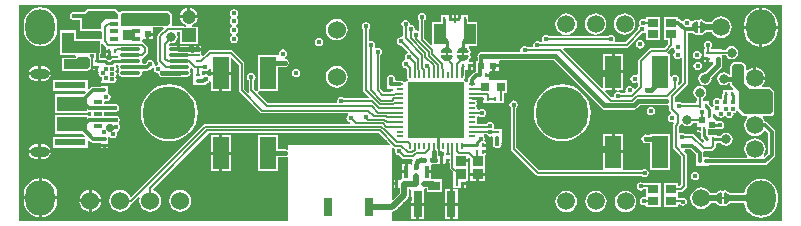
<source format=gtl>
G04 Layer_Physical_Order=1*
G04 Layer_Color=255*
%FSLAX44Y44*%
%MOMM*%
G71*
G01*
G75*
%ADD10C,0.4400*%
%ADD11C,0.1524*%
%ADD12R,0.2799X0.4300*%
%ADD13C,0.8000*%
%ADD14R,0.2200X0.4000*%
%ADD15R,0.5000X0.5000*%
%ADD16R,0.3500X0.2499*%
%ADD17R,0.2499X0.3500*%
%ADD18R,0.6000X0.5500*%
%ADD19R,0.9500X0.8500*%
%ADD20R,0.4500X1.0000*%
%ADD21R,0.3500X0.3500*%
%ADD22R,4.7000X4.7000*%
%ADD23O,0.6500X0.2000*%
%ADD24O,0.2000X0.6500*%
%ADD25C,0.2000*%
%ADD26R,1.5000X1.0000*%
%ADD27R,2.5000X1.3000*%
%ADD28R,0.8000X0.3500*%
%ADD29R,2.6000X0.6000*%
%ADD30R,1.0000X1.8000*%
%ADD31O,1.7000X0.3000*%
%ADD32R,1.4000X2.7500*%
%ADD33R,1.0000X0.9450*%
%ADD34R,1.0000X0.9470*%
%ADD35R,0.7000X0.3000*%
%ADD36R,0.9000X0.7000*%
%ADD37R,0.7500X0.8000*%
%ADD38R,0.8000X2.2000*%
%ADD39R,1.0000X0.8000*%
%ADD40R,0.8000X1.6000*%
%ADD41R,0.4300X0.2799*%
%ADD42R,1.1000X1.8000*%
%ADD43R,0.8000X0.8000*%
%ADD44R,0.5500X0.6000*%
%ADD45C,0.2540*%
%ADD46C,0.1500*%
%ADD47C,0.3810*%
%ADD48C,0.2032*%
%ADD49C,0.2000*%
%ADD50C,0.3000*%
%ADD51C,0.4700*%
%ADD52C,0.5000*%
%ADD53O,1.6000X0.9000*%
%ADD54C,4.5000*%
%ADD55R,1.2000X1.2000*%
%ADD56C,1.2000*%
%ADD57O,2.5000X3.0000*%
%ADD58C,1.5240*%
%ADD59C,1.5000*%
%ADD60C,0.5000*%
%ADD61C,0.4000*%
%ADD62C,0.6600*%
%ADD63C,0.7000*%
G36*
X73729Y149143D02*
X74351Y148150D01*
Y145770D01*
X77250D01*
Y144500D01*
X78520D01*
Y140850D01*
X84500D01*
X84962Y139921D01*
X84254Y138824D01*
X80746D01*
X80746Y138824D01*
X79665Y138609D01*
X78749Y137997D01*
X78749Y137997D01*
X78056Y137304D01*
X76444D01*
X75751Y137997D01*
X74835Y138609D01*
X73754Y138824D01*
X73754Y138824D01*
X69824D01*
Y141750D01*
X70750D01*
Y150461D01*
X71727Y150852D01*
X72000Y150872D01*
X73729Y149143D01*
D02*
G37*
G36*
X381805Y140344D02*
X381420Y139160D01*
X380992Y138515D01*
X380255Y137778D01*
X379671Y137245D01*
X378680Y136661D01*
X377741Y136381D01*
X375531Y136432D01*
X374820Y136686D01*
X373448Y137524D01*
X372635Y138363D01*
X372060Y139280D01*
X371746Y140293D01*
X371924Y140801D01*
X372450Y141100D01*
X381070D01*
X381805Y140344D01*
D02*
G37*
G36*
X368055D02*
X367670Y139160D01*
X367242Y138515D01*
X366505Y137778D01*
X365921Y137245D01*
X364930Y136661D01*
X363991Y136381D01*
X361781Y136432D01*
X361070Y136686D01*
X359698Y137524D01*
X358885Y138363D01*
X358310Y139280D01*
X357996Y140293D01*
X358174Y140801D01*
X358700Y141100D01*
X367320D01*
X368055Y140344D01*
D02*
G37*
G36*
X57000Y143250D02*
X46000D01*
Y153250D01*
X57000D01*
Y143250D01*
D02*
G37*
G36*
X377969Y147811D02*
X378680Y147557D01*
X380052Y146719D01*
X380865Y145881D01*
X381440Y144963D01*
X381754Y143951D01*
X381576Y143443D01*
X381050Y143143D01*
X372430D01*
X371695Y143900D01*
X372080Y145083D01*
X372508Y145729D01*
X373245Y146465D01*
X373829Y146999D01*
X374820Y147583D01*
X375759Y147862D01*
X377969Y147811D01*
D02*
G37*
G36*
X364219D02*
X364930Y147557D01*
X366302Y146719D01*
X367115Y145881D01*
X367690Y144963D01*
X368004Y143951D01*
X367826Y143443D01*
X367300Y143143D01*
X358680D01*
X357945Y143900D01*
X358330Y145083D01*
X358758Y145729D01*
X359495Y146465D01*
X360079Y146999D01*
X361070Y147583D01*
X362009Y147862D01*
X364219Y147811D01*
D02*
G37*
G36*
X123629Y163472D02*
X118936Y158779D01*
X118380Y157947D01*
X118185Y156965D01*
Y136000D01*
X118380Y135018D01*
X118880Y134270D01*
X118807Y133886D01*
X118404Y132950D01*
X117634Y132797D01*
X116884Y132296D01*
X115753Y133020D01*
X115857Y133538D01*
X115585Y134904D01*
X114811Y136061D01*
X113654Y136835D01*
X112288Y137107D01*
X110922Y136835D01*
X109765Y136061D01*
X108991Y134904D01*
X108907Y134483D01*
X108483Y134059D01*
X105950D01*
X105171Y135309D01*
X105309Y136000D01*
X105076Y137170D01*
X105052Y137206D01*
X105048Y137309D01*
X105648Y138564D01*
X105982Y138630D01*
X106814Y139186D01*
X109564Y141936D01*
X110120Y142768D01*
X110315Y143750D01*
Y147500D01*
X110120Y148482D01*
X109564Y149314D01*
X107048Y151830D01*
X106216Y152386D01*
X105401Y152548D01*
X105181Y153238D01*
X105160Y153495D01*
X106088Y154500D01*
X108730D01*
Y159000D01*
X110000D01*
Y160270D01*
X114250D01*
Y163250D01*
X114250Y163500D01*
X114549Y164626D01*
X123150D01*
X123629Y163472D01*
D02*
G37*
G36*
X607108Y133750D02*
X613000D01*
X615000Y131750D01*
Y117750D01*
X620250Y112500D01*
X636250D01*
X639000Y109750D01*
X639000Y92750D01*
X637250Y91000D01*
X615500Y91000D01*
X610250Y96250D01*
Y111000D01*
X605000Y116250D01*
Y131858D01*
X607000Y133858D01*
X607108Y133750D01*
D02*
G37*
G36*
X610013Y94191D02*
X614352Y89852D01*
X615500Y89376D01*
X617269D01*
X617430Y88903D01*
X617581Y88126D01*
X616217Y86348D01*
X615310Y84159D01*
X615000Y81809D01*
X615310Y79460D01*
X616217Y77270D01*
X617659Y75391D01*
X619539Y73948D01*
X621729Y73041D01*
X624078Y72732D01*
X626427Y73041D01*
X628617Y73948D01*
X630497Y75391D01*
X631702Y76961D01*
X633140Y77290D01*
X635191Y75239D01*
Y58111D01*
X632135Y55055D01*
X631868Y55124D01*
X631379Y56540D01*
X631940Y57270D01*
X632846Y59460D01*
X633156Y61809D01*
X632846Y64159D01*
X631940Y66348D01*
X630497Y68228D01*
X628617Y69671D01*
X626427Y70578D01*
X624078Y70887D01*
X621729Y70578D01*
X619539Y69671D01*
X617659Y68228D01*
X616217Y66348D01*
X615310Y64159D01*
X615000Y61809D01*
X615310Y59460D01*
X616217Y57270D01*
X617486Y55617D01*
X617123Y54367D01*
X585332D01*
Y54958D01*
X580391D01*
Y58168D01*
X580391Y58168D01*
X580329Y58478D01*
X580423Y58732D01*
X581329Y59665D01*
X586830D01*
X587812Y59860D01*
X588644Y60416D01*
X590664Y62436D01*
X591220Y63268D01*
X591416Y64250D01*
Y66350D01*
X591750D01*
Y67176D01*
X595022D01*
X595785Y66035D01*
X597604Y64819D01*
X599750Y64392D01*
X601896Y64819D01*
X603715Y66035D01*
X604931Y67854D01*
X605358Y70000D01*
X604931Y72146D01*
X603715Y73965D01*
X601896Y75181D01*
X599750Y75608D01*
X597604Y75181D01*
X595785Y73965D01*
X595022Y72824D01*
X591750D01*
Y73650D01*
X584151D01*
Y78299D01*
X591550D01*
Y78299D01*
X592800Y78950D01*
X593163Y78707D01*
X594529Y78435D01*
X595895Y78707D01*
X597052Y79481D01*
X597826Y80638D01*
X598098Y82004D01*
X597826Y83370D01*
X597052Y84527D01*
X595895Y85301D01*
X594529Y85573D01*
X593163Y85301D01*
X592072Y85965D01*
X591976Y86178D01*
Y88506D01*
X592334Y88764D01*
X593226Y89060D01*
X594134Y88453D01*
X595500Y88181D01*
X596866Y88453D01*
X598023Y89227D01*
X598219Y89519D01*
X599722D01*
X599977Y89139D01*
X601134Y88365D01*
X602500Y88093D01*
X603866Y88365D01*
X605023Y89139D01*
X605797Y90296D01*
X606069Y91662D01*
X605947Y92274D01*
X606846Y92453D01*
X608003Y93227D01*
X608486Y93950D01*
X609752Y94232D01*
X610013Y94191D01*
D02*
G37*
G36*
X575250Y82456D02*
X574682Y82278D01*
Y80048D01*
X577282D01*
Y77508D01*
X574682D01*
Y75278D01*
X578502D01*
Y72424D01*
X578502Y72424D01*
X578717Y71343D01*
X579329Y70427D01*
X580850Y68905D01*
Y67545D01*
X579600Y67027D01*
X572564Y74064D01*
X571732Y74620D01*
X570750Y74815D01*
X564961D01*
X563866Y75547D01*
X562500Y75819D01*
X561134Y75547D01*
X560799Y75323D01*
X559549Y75991D01*
Y80444D01*
X560802Y81698D01*
X561355Y82524D01*
X561397Y82736D01*
X562724Y83000D01*
X563035Y82535D01*
X564854Y81319D01*
X567000Y80892D01*
X569146Y81319D01*
X570965Y82535D01*
X571871Y83891D01*
X575250D01*
Y82456D01*
D02*
G37*
G36*
X60750Y138250D02*
Y131250D01*
X59000Y129500D01*
X38750D01*
Y137500D01*
X49308D01*
X51308Y139500D01*
X59500D01*
X60750Y138250D01*
D02*
G37*
G36*
X318045Y62878D02*
X318790Y62381D01*
X319330Y60999D01*
X319181Y60250D01*
X319453Y58884D01*
X320227Y57727D01*
X321384Y56953D01*
X322750Y56681D01*
X323021Y56735D01*
X325628Y54128D01*
X326372Y53631D01*
X327250Y53456D01*
X327250Y53456D01*
X334157D01*
X334808Y52250D01*
X334005Y50312D01*
X333750Y48375D01*
X332500Y48457D01*
Y48900D01*
X330020D01*
Y42400D01*
X328750D01*
Y41130D01*
X325000D01*
Y35900D01*
X323936Y35450D01*
X322270D01*
Y32200D01*
Y28950D01*
X323323D01*
Y24375D01*
X317655Y18706D01*
X316500Y19185D01*
X316500Y62790D01*
X317655Y63268D01*
X318045Y62878D01*
D02*
G37*
G36*
X555391Y147027D02*
X555503Y146462D01*
X556277Y145305D01*
X556159Y143880D01*
X556033Y143795D01*
X555259Y142638D01*
X554987Y141272D01*
X555259Y139906D01*
X556033Y138749D01*
X557190Y137975D01*
X558556Y137703D01*
X559922Y137975D01*
X561079Y138749D01*
X561097Y138775D01*
X562347Y138396D01*
Y118613D01*
X559963Y116229D01*
X558808Y116708D01*
Y118227D01*
X559037Y118381D01*
X559811Y119538D01*
X560083Y120904D01*
X559811Y122270D01*
X559037Y123427D01*
X557880Y124201D01*
X556514Y124473D01*
X555148Y124201D01*
X553991Y123427D01*
X553752Y123070D01*
X552502Y123449D01*
Y142218D01*
X550472D01*
X550080Y143227D01*
X550064Y143468D01*
X554035Y147438D01*
X555391Y147027D01*
D02*
G37*
G36*
X647380Y1082D02*
X316500D01*
Y8575D01*
X317000D01*
X318502Y8873D01*
X319776Y9724D01*
X330024Y19973D01*
X330875Y21247D01*
X331174Y22749D01*
Y27593D01*
X331949Y27859D01*
X333050Y27034D01*
Y16270D01*
X338550D01*
X344050D01*
Y27025D01*
X344050Y27500D01*
X344979Y28275D01*
X346250D01*
Y25300D01*
X359250D01*
Y36300D01*
X350000D01*
Y41230D01*
X346250D01*
Y43770D01*
X350000D01*
Y48317D01*
X350500Y48727D01*
X353000D01*
X354444Y49015D01*
X354796Y49250D01*
X357729D01*
Y52500D01*
Y55750D01*
X355772D01*
Y58228D01*
X355975Y59317D01*
X356969Y59644D01*
X356975Y59645D01*
X357802Y60198D01*
X358198D01*
X359025Y59645D01*
X360000Y59451D01*
X360750Y58836D01*
Y55750D01*
X360269D01*
Y52500D01*
Y49250D01*
X361749D01*
Y49501D01*
X362730D01*
Y52251D01*
X365270D01*
Y49501D01*
X365706D01*
Y46000D01*
X365881Y45122D01*
X366378Y44378D01*
X368750Y42006D01*
Y34500D01*
X368751D01*
Y28950D01*
X375229D01*
Y32200D01*
X376499D01*
Y33470D01*
X379249D01*
Y34500D01*
X381250D01*
Y46000D01*
Y50480D01*
X375000D01*
Y53020D01*
X381250D01*
Y54372D01*
X382351Y54847D01*
X383250Y54123D01*
Y46000D01*
Y41520D01*
X395750D01*
Y46000D01*
Y56250D01*
X396750D01*
Y58230D01*
X394000D01*
Y60770D01*
X396750D01*
Y63480D01*
X394000D01*
Y66020D01*
X396750D01*
Y68000D01*
X395615D01*
X395120Y68925D01*
X395070Y69250D01*
X395319Y70500D01*
X395047Y71866D01*
X394318Y72956D01*
X394397Y73327D01*
X394753Y74206D01*
X396822D01*
X397477Y73227D01*
X398634Y72453D01*
X400000Y72182D01*
X401100Y72400D01*
X401988Y71918D01*
X402350Y71607D01*
Y67850D01*
X402350Y67850D01*
X402551Y66600D01*
X402431Y66000D01*
X402703Y64634D01*
X403477Y63477D01*
X404634Y62703D01*
X406000Y62431D01*
X407366Y62703D01*
X408523Y63477D01*
X409297Y64634D01*
X409569Y66000D01*
X409449Y66600D01*
X409650Y67850D01*
X409650D01*
X409650Y67850D01*
Y78750D01*
X403865D01*
X403370Y79675D01*
X403320Y80000D01*
X403569Y81250D01*
X403297Y82616D01*
X402523Y83773D01*
X401366Y84547D01*
X400000Y84819D01*
X398634Y84547D01*
X397477Y83773D01*
X396822Y82794D01*
X389756D01*
X388958Y84044D01*
X389049Y84500D01*
X388855Y85475D01*
X388814Y85536D01*
X388390Y86500D01*
X388814Y87464D01*
X388855Y87525D01*
X389049Y88500D01*
X388988Y88806D01*
X389328Y89296D01*
X390477Y89827D01*
X391634Y89053D01*
X393000Y88781D01*
X394366Y89053D01*
X395523Y89827D01*
X396297Y90984D01*
X396569Y92350D01*
X396297Y93716D01*
X395523Y94873D01*
X394366Y95647D01*
X393000Y95919D01*
X391634Y95647D01*
X390662Y94997D01*
X389813Y95139D01*
X388989Y96200D01*
X389049Y96500D01*
X388855Y97476D01*
X388302Y98302D01*
Y98698D01*
X388855Y99525D01*
X389049Y100500D01*
X388855Y101475D01*
X388302Y102302D01*
Y102698D01*
X388855Y103525D01*
X389000Y104255D01*
X390250Y104132D01*
Y100944D01*
X391730D01*
Y104194D01*
X394270D01*
Y100944D01*
X400025D01*
X400748Y100944D01*
Y100944D01*
X401252Y101000D01*
Y101000D01*
X411750D01*
Y107500D01*
X411565D01*
Y109112D01*
X414000D01*
Y120112D01*
X399734D01*
X398748Y120750D01*
Y122730D01*
X395999D01*
Y125270D01*
X398748D01*
Y126500D01*
X398748Y127250D01*
X399791Y127750D01*
X401230D01*
Y132000D01*
X402500D01*
Y133270D01*
X407000D01*
Y136250D01*
X408020Y136806D01*
X426052D01*
X426761Y136665D01*
X453675D01*
X494200Y96140D01*
X495326Y95388D01*
X496655Y95123D01*
X521632D01*
X522961Y95388D01*
X524087Y96140D01*
X526837Y98890D01*
X548366D01*
X548853Y98793D01*
X550047Y99031D01*
X550816Y98746D01*
X551297Y98489D01*
Y95787D01*
X551492Y94812D01*
X552044Y93985D01*
X553392Y92637D01*
X552981Y91280D01*
X552481Y91181D01*
X551323Y90407D01*
X550550Y89250D01*
X550278Y87884D01*
X550550Y86518D01*
X551323Y85361D01*
X552481Y84587D01*
X553847Y84315D01*
X554591Y84464D01*
X555207Y83312D01*
X555198Y83302D01*
X554645Y82476D01*
X554451Y81500D01*
Y63500D01*
X554645Y62524D01*
X555198Y61698D01*
X561781Y55115D01*
Y31731D01*
X560462Y30413D01*
X559212Y30664D01*
Y32686D01*
X547212D01*
Y22686D01*
Y12702D01*
X559212D01*
Y14369D01*
X560462Y14749D01*
X560477Y14727D01*
X561634Y13953D01*
X563000Y13681D01*
X564366Y13953D01*
X565523Y14727D01*
X566297Y15884D01*
X566569Y17250D01*
X566297Y18616D01*
X565523Y19773D01*
X564366Y20547D01*
X563000Y20819D01*
X561634Y20547D01*
X561216Y20267D01*
X559212D01*
Y25137D01*
X561340D01*
X562315Y25331D01*
X563142Y25884D01*
X566132Y28873D01*
X566685Y29700D01*
X566879Y30676D01*
Y56170D01*
X566685Y57146D01*
X566132Y57973D01*
X564291Y59814D01*
X564702Y61171D01*
X564866Y61203D01*
X565222Y61441D01*
X569733D01*
X574273Y56901D01*
Y51308D01*
X574432Y50507D01*
Y47658D01*
X585332D01*
Y48249D01*
X632714D01*
X632714Y48249D01*
X633885Y48482D01*
X634877Y49145D01*
X640413Y54681D01*
X641076Y55673D01*
X641309Y56844D01*
Y76506D01*
X641309Y76506D01*
X641076Y77677D01*
X640413Y78669D01*
X635110Y83972D01*
X634117Y84635D01*
X632947Y84868D01*
X632947Y84868D01*
X632552D01*
X631940Y86348D01*
X630575Y88126D01*
X630726Y88902D01*
X630887Y89376D01*
X637250D01*
X638398Y89852D01*
X640148Y91602D01*
X640624Y92750D01*
X640623Y109750D01*
X640148Y110898D01*
X637398Y113648D01*
X636250Y114124D01*
X630790D01*
X630388Y115307D01*
X630497Y115390D01*
X631940Y117270D01*
X632846Y119460D01*
X632988Y120539D01*
X624078D01*
Y121809D01*
X622808D01*
Y130720D01*
X621729Y130578D01*
X619539Y129671D01*
X617874Y128393D01*
X616624Y128744D01*
Y131750D01*
X616148Y132898D01*
X614148Y134898D01*
X613000Y135374D01*
X607261D01*
X607000Y135482D01*
X605852Y135006D01*
X603852Y133006D01*
X603376Y131858D01*
Y124722D01*
X602045D01*
X601715Y125215D01*
X599896Y126431D01*
X597750Y126858D01*
X595604Y126431D01*
X593785Y125215D01*
X592569Y123396D01*
X592142Y121250D01*
X592569Y119104D01*
X593785Y117285D01*
X595604Y116069D01*
X597750Y115642D01*
X599896Y116069D01*
X601715Y117285D01*
X602045Y117778D01*
X603376D01*
Y116250D01*
X603852Y115102D01*
X605899Y113055D01*
X605421Y111900D01*
X597050D01*
Y109345D01*
X597006Y109300D01*
X596394Y108384D01*
X596179Y107303D01*
X596179Y107303D01*
Y104932D01*
X594997Y103918D01*
X594775Y103935D01*
X594757Y103946D01*
X593616Y104709D01*
X592250Y104981D01*
X590884Y104709D01*
X589727Y103935D01*
X588953Y102778D01*
X588681Y101412D01*
X588953Y100046D01*
X589711Y98912D01*
X588953Y97778D01*
X588915Y97585D01*
X587588Y97321D01*
X587315Y97729D01*
X587315Y97729D01*
X585450Y99595D01*
Y102150D01*
X580015D01*
Y104599D01*
X581415Y105535D01*
X582631Y107354D01*
X583058Y109500D01*
X582631Y111646D01*
X581415Y113465D01*
X579596Y114681D01*
X577450Y115108D01*
X575304Y114681D01*
X573485Y113465D01*
X572269Y111646D01*
X571842Y109500D01*
X572269Y107354D01*
X573485Y105535D01*
X574884Y104599D01*
Y102150D01*
X574550D01*
Y101065D01*
X561961D01*
X560866Y101797D01*
X559500Y102069D01*
X558134Y101797D01*
X557645Y101470D01*
X556395Y102138D01*
Y105452D01*
X566698Y115755D01*
X567251Y116582D01*
X567445Y117557D01*
Y160009D01*
X571264D01*
X571627Y159731D01*
X571901Y159456D01*
X572057Y159391D01*
X572152Y159251D01*
X572797Y158823D01*
X573020Y158780D01*
X573193Y158632D01*
X574376Y158247D01*
X574625Y158267D01*
X574855Y158168D01*
X575171Y158294D01*
X575305Y158320D01*
X575615Y158345D01*
X575654Y158390D01*
X575755Y158410D01*
X576660Y158839D01*
X577441Y158488D01*
X577441Y158487D01*
X577557Y158410D01*
X577801Y158361D01*
X577949Y158310D01*
X578036Y158315D01*
X578440Y158234D01*
X578802Y158306D01*
X578965Y158291D01*
X579010Y158305D01*
X579015Y158302D01*
X579085Y158312D01*
X579215Y158365D01*
X579978Y158605D01*
X580146Y158744D01*
X580360Y158780D01*
X580639Y158955D01*
X580717Y158987D01*
X580835Y159078D01*
X581278Y159355D01*
X581375Y159493D01*
X581390Y159504D01*
X581546Y159566D01*
X581831Y159842D01*
X582118Y160063D01*
X582292Y160289D01*
X582384Y160378D01*
X582414Y160449D01*
X582562Y160641D01*
X582639Y160697D01*
X582682Y160768D01*
X587324D01*
X587514Y160307D01*
X588957Y158427D01*
X590837Y156985D01*
X593027Y156078D01*
X595376Y155768D01*
X597725Y156078D01*
X599915Y156985D01*
X601795Y158427D01*
X603237Y160307D01*
X604144Y162496D01*
X604454Y164846D01*
X604144Y167195D01*
X603237Y169385D01*
X601795Y171265D01*
X599915Y172708D01*
X597725Y173614D01*
X595376Y173924D01*
X593027Y173614D01*
X590837Y172708D01*
X588957Y171265D01*
X587514Y169385D01*
X587324Y168924D01*
X582675D01*
X582576Y169033D01*
X582118Y169629D01*
X581686Y169961D01*
X581411Y170236D01*
X581255Y170301D01*
X581161Y170441D01*
X580516Y170869D01*
X580292Y170912D01*
X580120Y171060D01*
X578936Y171445D01*
X578687Y171425D01*
X578458Y171524D01*
X578142Y171398D01*
X578008Y171372D01*
X577697Y171347D01*
X577659Y171302D01*
X577557Y171282D01*
X576652Y170853D01*
X575872Y171204D01*
X575871Y171205D01*
X575755Y171282D01*
X575511Y171331D01*
X575364Y171382D01*
X575276Y171377D01*
X574873Y171458D01*
X574510Y171386D01*
X574347Y171401D01*
X574303Y171387D01*
X574298Y171390D01*
X574227Y171380D01*
X574098Y171327D01*
X573334Y171087D01*
X573167Y170948D01*
X572952Y170912D01*
X572673Y170737D01*
X572595Y170705D01*
X572478Y170614D01*
X572035Y170336D01*
X571937Y170199D01*
X571922Y170188D01*
X571767Y170126D01*
X571525Y169892D01*
X571139Y169897D01*
X571108Y169901D01*
X570366Y170080D01*
X570083Y170234D01*
X570083Y170235D01*
X569451Y171179D01*
X568294Y171953D01*
X566928Y172225D01*
X565562Y171953D01*
X564405Y171179D01*
X563793Y170264D01*
X562423Y169867D01*
X561471Y170819D01*
X560479Y171482D01*
X559308Y171715D01*
X558958Y172870D01*
Y173656D01*
X546958D01*
Y163656D01*
Y153672D01*
X550664D01*
Y150556D01*
X547436Y147328D01*
X536354D01*
X535476Y147153D01*
X534732Y146656D01*
X534732Y146656D01*
X525628Y137552D01*
X525131Y136808D01*
X524956Y135930D01*
Y125155D01*
X523706Y124487D01*
X523616Y124547D01*
X522250Y124819D01*
X520884Y124547D01*
X519727Y123773D01*
X518953Y122616D01*
X518681Y121250D01*
X518953Y119884D01*
X519727Y118727D01*
X520884Y117953D01*
X522250Y117681D01*
X523616Y117953D01*
X523706Y118013D01*
X524956Y117345D01*
Y115282D01*
X522408Y112734D01*
X521033Y113126D01*
X520429Y114029D01*
X519272Y114803D01*
X517906Y115075D01*
X516540Y114803D01*
X515383Y114029D01*
X514609Y112872D01*
X514337Y111506D01*
X514529Y110544D01*
X513786Y109294D01*
X510677D01*
X510523Y109523D01*
X509366Y110297D01*
X508505Y110468D01*
X508628Y111718D01*
X512502D01*
Y125698D01*
X505272D01*
Y111718D01*
X507372D01*
X507495Y110468D01*
X506634Y110297D01*
X505477Y109523D01*
X504703Y108366D01*
X504431Y107000D01*
X504524Y106537D01*
X503734Y105470D01*
X502602Y105392D01*
X497431Y110563D01*
X497909Y111718D01*
X502732D01*
Y125698D01*
X495502D01*
Y114125D01*
X494347Y113647D01*
X461678Y146316D01*
X462196Y147566D01*
X515366D01*
X516244Y147741D01*
X516988Y148238D01*
X528303Y159553D01*
X528574Y159499D01*
X529940Y159771D01*
X530708Y160285D01*
X531913Y159773D01*
X531958Y159731D01*
Y153672D01*
X543958D01*
Y163656D01*
Y173656D01*
X531958D01*
Y172672D01*
X530708Y172002D01*
X529590Y172225D01*
X528224Y171953D01*
X527067Y171179D01*
X526293Y170022D01*
X526021Y168656D01*
X526293Y167290D01*
X527003Y166228D01*
X526051Y165591D01*
X525277Y164434D01*
X525005Y163068D01*
X525059Y162798D01*
X514416Y152154D01*
X506179D01*
X505475Y153288D01*
X505472Y153404D01*
X505727Y154686D01*
X505455Y156052D01*
X504681Y157209D01*
X503524Y157983D01*
X502158Y158255D01*
X500792Y157983D01*
X499635Y157209D01*
X499481Y156980D01*
X450177D01*
X450023Y157209D01*
X448866Y157983D01*
X447500Y158255D01*
X446134Y157983D01*
X444977Y157209D01*
X444203Y156052D01*
X443931Y154686D01*
X444124Y153715D01*
X443663Y152916D01*
X443368Y152550D01*
X442364Y152490D01*
X441366Y153157D01*
X440000Y153429D01*
X438634Y153157D01*
X437477Y152383D01*
X436703Y151226D01*
X436431Y149860D01*
X436585Y149086D01*
X435754Y147836D01*
X431677D01*
X431523Y148065D01*
X430366Y148839D01*
X429000Y149111D01*
X427634Y148839D01*
X426477Y148065D01*
X425703Y146908D01*
X425431Y145542D01*
X425539Y145000D01*
X424599Y143750D01*
X394063D01*
X394050Y143759D01*
X392684Y144031D01*
X391318Y143759D01*
X390161Y142985D01*
X389387Y141828D01*
X389365Y141714D01*
X389293Y141607D01*
X389028Y140278D01*
X389293Y138949D01*
X389441Y138727D01*
Y136250D01*
X388000D01*
Y130796D01*
X387941Y130500D01*
X387941Y130500D01*
Y127047D01*
X386829Y126826D01*
X385837Y126163D01*
X385837Y126163D01*
X382087Y122413D01*
X381424Y121421D01*
X381191Y120250D01*
X381191Y120250D01*
Y119097D01*
X380162Y118355D01*
X379946Y118399D01*
X379000Y118760D01*
Y119500D01*
X378260D01*
X377898Y120446D01*
X377837Y120750D01*
X378355Y121524D01*
X378549Y122500D01*
Y123579D01*
X378609Y123669D01*
X378824Y124750D01*
Y129000D01*
X380980D01*
Y132250D01*
X382250D01*
Y133520D01*
X385000D01*
Y135500D01*
X382075D01*
X381675Y136356D01*
X381603Y136750D01*
X381865Y137092D01*
X382140Y137367D01*
X382204Y137523D01*
X382345Y137617D01*
X382773Y138262D01*
X382816Y138486D01*
X382964Y138658D01*
X383349Y139842D01*
X383329Y140091D01*
X383428Y140320D01*
X383302Y140637D01*
X383276Y140771D01*
X383251Y141081D01*
X383206Y141119D01*
X383186Y141221D01*
X382759Y142122D01*
X383186Y143023D01*
X383235Y143267D01*
X383286Y143414D01*
X383281Y143502D01*
X383362Y143905D01*
X383290Y144268D01*
X383305Y144431D01*
X383291Y144475D01*
X383294Y144480D01*
X383284Y144551D01*
X383231Y144680D01*
X382991Y145444D01*
X382852Y145611D01*
X382816Y145826D01*
X382641Y146105D01*
X382608Y146182D01*
X382518Y146300D01*
X382240Y146743D01*
X382103Y146841D01*
X382092Y146856D01*
X382030Y147011D01*
X381799Y147250D01*
X381811Y147434D01*
X382181Y148322D01*
X382338Y148500D01*
X389000D01*
Y169500D01*
X381573D01*
Y171500D01*
X381498Y171875D01*
Y174750D01*
X375020D01*
Y171500D01*
X373750D01*
Y170230D01*
X371000D01*
Y169180D01*
X370249Y168626D01*
X368999Y169248D01*
Y170248D01*
X366249D01*
Y171518D01*
X364979D01*
Y174768D01*
X358501D01*
Y171893D01*
X358426Y171518D01*
Y169500D01*
X351000D01*
Y150221D01*
X349845Y149743D01*
X344294Y155294D01*
Y170573D01*
X344523Y170727D01*
X345297Y171884D01*
X345569Y173250D01*
X345297Y174616D01*
X344523Y175773D01*
X343366Y176547D01*
X342000Y176819D01*
X340634Y176547D01*
X339477Y175773D01*
X338703Y174616D01*
X338431Y173250D01*
X338703Y171884D01*
X339477Y170727D01*
X339706Y170573D01*
Y162686D01*
X338456Y161940D01*
X337500Y162131D01*
X337105Y162052D01*
X336042Y163115D01*
X336069Y163250D01*
X335797Y164616D01*
X335023Y165773D01*
X333866Y166547D01*
X332500Y166819D01*
X331758Y167945D01*
X331547Y169006D01*
X330773Y170163D01*
X329616Y170937D01*
X328250Y171209D01*
X326884Y170937D01*
X325727Y170163D01*
X324953Y169006D01*
X324681Y167640D01*
X324953Y166274D01*
X325727Y165117D01*
X325956Y164963D01*
Y157208D01*
X324706Y156228D01*
X324250Y156319D01*
X322884Y156047D01*
X321727Y155273D01*
X320953Y154116D01*
X320681Y152750D01*
X320953Y151384D01*
X321727Y150227D01*
X322884Y149453D01*
X324250Y149181D01*
X324520Y149235D01*
X330007Y143749D01*
X329619Y142369D01*
X328727Y141773D01*
X327953Y140616D01*
X327681Y139250D01*
X327953Y137884D01*
X326998Y137064D01*
X325977Y136381D01*
X325203Y135224D01*
X324931Y133858D01*
X325203Y132492D01*
X325977Y131335D01*
X327134Y130561D01*
X328500Y130289D01*
X328770Y130343D01*
X329706Y129408D01*
Y128067D01*
X329645Y127975D01*
X329451Y127000D01*
Y122500D01*
X329645Y121524D01*
X330163Y120750D01*
X330101Y120446D01*
X329740Y119500D01*
X329000D01*
Y118760D01*
X328054Y118399D01*
X327750Y118337D01*
X326975Y118855D01*
X326000Y119049D01*
X325335D01*
X324921Y119326D01*
X323750Y119559D01*
X320218D01*
X319231Y120809D01*
X319319Y121250D01*
X319047Y122616D01*
X318273Y123773D01*
X317116Y124547D01*
X315750Y124819D01*
X314384Y124547D01*
X313227Y123773D01*
X312453Y122616D01*
X312181Y121250D01*
X312344Y120435D01*
X312500Y119250D01*
X312500Y119250D01*
X312500Y119250D01*
Y112771D01*
X315750D01*
Y110231D01*
X312500D01*
Y109544D01*
X309690D01*
X307044Y112190D01*
Y141323D01*
X307273Y141477D01*
X308047Y142634D01*
X308319Y144000D01*
X308047Y145366D01*
X307273Y146523D01*
X306116Y147297D01*
X304750Y147569D01*
X303384Y147297D01*
X302024Y147891D01*
X301937Y148095D01*
X302297Y148634D01*
X302569Y150000D01*
X302297Y151366D01*
X301523Y152523D01*
X300366Y153297D01*
X299000Y153569D01*
X298294Y153428D01*
X297044Y154291D01*
Y162823D01*
X297273Y162977D01*
X298047Y164134D01*
X298319Y165500D01*
X298047Y166866D01*
X297273Y168023D01*
X296116Y168797D01*
X294750Y169069D01*
X293384Y168797D01*
X292227Y168023D01*
X291453Y166866D01*
X291181Y165500D01*
X291453Y164134D01*
X292227Y162977D01*
X292456Y162823D01*
Y111485D01*
X292631Y110607D01*
X293128Y109863D01*
X297042Y105949D01*
X296564Y104794D01*
X276677D01*
X276523Y105023D01*
X275366Y105797D01*
X274000Y106069D01*
X272634Y105797D01*
X271477Y105023D01*
X270703Y103866D01*
X270431Y102500D01*
X270616Y101574D01*
X269856Y100324D01*
X212171D01*
X203296Y109198D01*
X203814Y110448D01*
X204294Y110448D01*
X220270D01*
Y131148D01*
X225362D01*
X225849Y131051D01*
X227215Y131323D01*
X228373Y132097D01*
X229146Y133254D01*
X229418Y134620D01*
X229146Y135986D01*
X228373Y137143D01*
X227215Y137917D01*
X226294Y138100D01*
X226247Y138226D01*
X226162Y139401D01*
X227034Y139984D01*
X227808Y141141D01*
X228079Y142507D01*
X227808Y143873D01*
X227034Y145030D01*
X225877Y145804D01*
X224511Y146075D01*
X223145Y145804D01*
X221988Y145030D01*
X221214Y143873D01*
X220942Y142507D01*
X221070Y141867D01*
X219978Y140948D01*
X203270D01*
Y111537D01*
X203270Y110992D01*
X202020Y110474D01*
X199996Y112499D01*
Y119823D01*
X200225Y119977D01*
X200999Y121134D01*
X201270Y122500D01*
X200999Y123866D01*
X200225Y125023D01*
X199067Y125797D01*
X197702Y126069D01*
X196336Y125797D01*
X195178Y125023D01*
X194405Y123866D01*
X194133Y122500D01*
X194405Y121134D01*
X195178Y119977D01*
X195408Y119823D01*
Y111548D01*
X195582Y110670D01*
X196080Y109926D01*
X195191Y109053D01*
X191794Y112450D01*
Y134000D01*
X191619Y134878D01*
X191122Y135622D01*
X191122Y135622D01*
X181872Y144872D01*
X181128Y145369D01*
X180250Y145544D01*
X162607D01*
X161729Y145369D01*
X160984Y144872D01*
X156655Y140542D01*
X155500Y141021D01*
Y144980D01*
X152250D01*
X149000D01*
Y143294D01*
X146553D01*
X145885Y144544D01*
X146009Y144730D01*
X136250D01*
Y146000D01*
X134980D01*
Y149059D01*
X129250D01*
X128207Y150078D01*
X128139Y150446D01*
X128991Y151293D01*
X129750Y151142D01*
X131896Y151569D01*
X133715Y152785D01*
X134931Y154604D01*
X135358Y156750D01*
X134931Y158896D01*
X134472Y159582D01*
X135062Y160685D01*
X137250D01*
Y150350D01*
X152250D01*
Y165350D01*
X147335D01*
X147087Y166600D01*
X148532Y167199D01*
X150099Y168401D01*
X151301Y169968D01*
X152057Y171792D01*
X152148Y172480D01*
X144750D01*
X137353D01*
X137443Y171792D01*
X138199Y169968D01*
X139401Y168401D01*
X140968Y167199D01*
X142413Y166600D01*
X142165Y165350D01*
X140736D01*
X140332Y165620D01*
X139350Y165815D01*
X132530D01*
X132449Y165831D01*
X130645D01*
X130195Y167081D01*
X130624Y168116D01*
X130624Y175250D01*
X130148Y176398D01*
X128398Y178148D01*
X127250Y178624D01*
X88250Y178624D01*
X87102Y178148D01*
X86809Y177855D01*
X85191Y177855D01*
X83148Y179898D01*
X83148Y179898D01*
X83148Y179898D01*
X82000Y180374D01*
X59750D01*
X58602Y179898D01*
X55954Y177250D01*
X55773Y177286D01*
X55773Y177286D01*
X49472D01*
X49116Y177524D01*
X47750Y177796D01*
X46384Y177524D01*
X45227Y176750D01*
X44453Y175593D01*
X44181Y174227D01*
X44453Y172861D01*
X45227Y171704D01*
X46384Y170930D01*
X47750Y170658D01*
X49116Y170930D01*
X49472Y171168D01*
X52626D01*
Y163250D01*
X52750Y162952D01*
Y161750D01*
X53952D01*
X54250Y161626D01*
X69250D01*
X69549Y161750D01*
X70750D01*
X71185Y160680D01*
Y155820D01*
X70750Y154750D01*
X57298D01*
X57000Y154874D01*
X49688D01*
Y162038D01*
X35688D01*
Y141038D01*
X48346D01*
X48885Y139830D01*
X48331Y139124D01*
X38750D01*
X38543Y139038D01*
X37188D01*
Y137649D01*
X37126Y137500D01*
Y129500D01*
X37188Y129351D01*
Y128038D01*
X38360D01*
X38750Y127876D01*
X59000D01*
X60148Y128352D01*
X61898Y130102D01*
X62374Y131250D01*
Y138250D01*
X61898Y139398D01*
X60796Y140500D01*
X60913Y141198D01*
X61179Y141750D01*
X64176D01*
Y138748D01*
X63750D01*
Y132270D01*
X67000D01*
Y131000D01*
X68270D01*
Y127369D01*
X68444Y127079D01*
X68440Y127000D01*
X68181Y125698D01*
X68453Y124333D01*
X69227Y123175D01*
X70384Y122401D01*
X71083Y122262D01*
X70931Y121500D01*
X71121Y120545D01*
X70375Y119295D01*
X70102D01*
Y117815D01*
X73352D01*
X77466D01*
X77852Y117976D01*
X78634Y117453D01*
X80000Y117181D01*
X81366Y117453D01*
X82523Y118227D01*
X83297Y119384D01*
X83569Y120750D01*
X83297Y122116D01*
X82706Y123000D01*
X83297Y123884D01*
X83569Y125250D01*
X83297Y126616D01*
X82706Y127500D01*
X83297Y128384D01*
X83569Y129750D01*
X83297Y131116D01*
X82756Y131926D01*
X83203Y133054D01*
X83309Y133176D01*
X84592D01*
X84916Y132785D01*
X85375Y131926D01*
X85191Y131000D01*
X85424Y129830D01*
X86087Y128837D01*
Y128163D01*
X85424Y127170D01*
X85191Y126000D01*
X85424Y124830D01*
X86087Y123837D01*
X87079Y123174D01*
X88250Y122941D01*
X102250D01*
X103420Y123174D01*
X104413Y123837D01*
X105076Y124830D01*
X105309Y126000D01*
X105171Y126691D01*
X105950Y127941D01*
X109750D01*
X109750Y127941D01*
X110920Y128174D01*
X111913Y128837D01*
X113233Y130157D01*
X113654Y130241D01*
X114404Y130743D01*
X115534Y130018D01*
X115431Y129500D01*
X115703Y128134D01*
X116477Y126977D01*
X117634Y126203D01*
X118943Y125943D01*
X119203Y124634D01*
X119977Y123477D01*
X121134Y122703D01*
X122500Y122431D01*
X122987Y122528D01*
X136250D01*
X137579Y122793D01*
X137801Y122941D01*
X143250D01*
X144420Y123174D01*
X145413Y123837D01*
X146076Y124830D01*
X146309Y126000D01*
X146076Y127170D01*
X145413Y128163D01*
Y128837D01*
X145889Y129550D01*
X147274Y129932D01*
X148120Y129086D01*
X148152Y129065D01*
X148600Y128000D01*
Y126899D01*
X148600D01*
Y116000D01*
X151449D01*
X152250Y115841D01*
X156960D01*
X156960Y115841D01*
X158131Y116074D01*
X159123Y116737D01*
X160256Y117870D01*
X160676Y117953D01*
X161834Y118727D01*
X162020Y119005D01*
X163270Y118626D01*
Y110448D01*
X170500D01*
Y124428D01*
X163270D01*
Y123874D01*
X162020Y123495D01*
X161834Y123773D01*
X160676Y124547D01*
X159311Y124819D01*
X157945Y124547D01*
X157150Y124016D01*
X155992Y124487D01*
X155900Y124570D01*
Y126899D01*
X155900D01*
Y128000D01*
X157150Y128003D01*
X157404Y127833D01*
X158770Y127561D01*
X160135Y127833D01*
X161293Y128607D01*
X162020Y129694D01*
X162112Y129709D01*
X163270Y129122D01*
Y126968D01*
X171770D01*
X180270D01*
Y138353D01*
X181425Y138831D01*
X187206Y133050D01*
Y111500D01*
X187381Y110622D01*
X187878Y109878D01*
X205128Y92628D01*
X205872Y92131D01*
X206750Y91956D01*
X279495D01*
X279874Y90706D01*
X279227Y90273D01*
X278453Y89116D01*
X278181Y87750D01*
X278453Y86384D01*
X279227Y85227D01*
X280384Y84453D01*
X281103Y84310D01*
X281276Y84044D01*
X280599Y82794D01*
X158478D01*
X157600Y82619D01*
X156856Y82122D01*
X96118Y21384D01*
X94892Y21628D01*
X94580Y22379D01*
X93118Y24285D01*
X91213Y25746D01*
X88995Y26665D01*
X86614Y26979D01*
X84233Y26665D01*
X82015Y25746D01*
X80110Y24285D01*
X78648Y22379D01*
X77729Y20161D01*
X77415Y17780D01*
X77729Y15399D01*
X78648Y13181D01*
X80110Y11276D01*
X82015Y9814D01*
X84233Y8895D01*
X86614Y8581D01*
X88995Y8895D01*
X91213Y9814D01*
X93118Y11276D01*
X94580Y13181D01*
X95499Y15399D01*
X95511Y15486D01*
X95758D01*
X96636Y15661D01*
X97380Y16158D01*
X102053Y20831D01*
X103085Y20188D01*
X103125Y20135D01*
X102815Y17780D01*
X103129Y15399D01*
X104048Y13181D01*
X105510Y11276D01*
X107415Y9814D01*
X109633Y8895D01*
X112014Y8581D01*
X114395Y8895D01*
X116613Y9814D01*
X118518Y11276D01*
X119980Y13181D01*
X120899Y15399D01*
X121213Y17780D01*
X120899Y20161D01*
X119980Y22379D01*
X118518Y24285D01*
X116613Y25746D01*
X114395Y26665D01*
X114308Y26677D01*
Y28006D01*
X161508Y75206D01*
X305717D01*
X314825Y66098D01*
X314346Y64943D01*
X229000Y64943D01*
Y61806D01*
X227750Y61138D01*
X227215Y61495D01*
X225849Y61767D01*
X225362Y61670D01*
X220270D01*
Y73448D01*
X203270D01*
Y42948D01*
X220270D01*
Y54727D01*
X225362D01*
X225849Y54630D01*
X227215Y54901D01*
X227750Y55259D01*
X229000Y54590D01*
X229000Y1082D01*
X1082D01*
Y183576D01*
X647380D01*
Y1082D01*
D02*
G37*
G36*
X579618Y169516D02*
X580263Y169088D01*
X581000Y168351D01*
X581533Y167767D01*
X582117Y166776D01*
X582397Y165837D01*
X582346Y163627D01*
X582092Y162916D01*
X581254Y161544D01*
X580415Y160731D01*
X579498Y160156D01*
X578485Y159842D01*
X577977Y160020D01*
X577678Y160546D01*
Y169166D01*
X578434Y169901D01*
X579618Y169516D01*
D02*
G37*
G36*
X575335Y169672D02*
X575635Y169146D01*
Y160526D01*
X574878Y159791D01*
X573695Y160176D01*
X573049Y160604D01*
X572313Y161341D01*
X571779Y161925D01*
X571195Y162916D01*
X570916Y163855D01*
X570967Y166065D01*
X571221Y166776D01*
X572059Y168148D01*
X572897Y168961D01*
X573815Y169536D01*
X574827Y169850D01*
X575335Y169672D01*
D02*
G37*
G36*
X85000Y175750D02*
X85000Y172750D01*
X84000Y171750D01*
X73750Y171750D01*
X70500Y168500D01*
X70500Y164500D01*
X69250Y163250D01*
X54250D01*
Y173250D01*
X59750Y178750D01*
X82000D01*
X85000Y175750D01*
D02*
G37*
G36*
X127250Y177000D02*
X129000Y175250D01*
X129000Y168116D01*
X127134Y166250D01*
X87000Y166250D01*
X87000Y175750D01*
X88250Y177000D01*
X127250Y177000D01*
D02*
G37*
%LPC*%
G36*
X75980Y143230D02*
X74351D01*
Y140850D01*
X75980D01*
Y143230D01*
D02*
G37*
G36*
X114250Y157730D02*
X111270D01*
Y154500D01*
X114250D01*
Y157730D01*
D02*
G37*
G36*
X327480Y48900D02*
X325000D01*
Y43670D01*
X327480D01*
Y48900D01*
D02*
G37*
G36*
X319730Y30930D02*
X318250D01*
Y28950D01*
X319730D01*
Y30930D01*
D02*
G37*
G36*
Y35450D02*
X318250D01*
Y33470D01*
X319730D01*
Y35450D01*
D02*
G37*
G36*
X27827Y58186D02*
X19732D01*
Y53338D01*
X21962D01*
X24303Y53804D01*
X26288Y55130D01*
X27614Y57115D01*
X27827Y58186D01*
D02*
G37*
G36*
X17192D02*
X9097D01*
X9310Y57115D01*
X10636Y55130D01*
X12621Y53804D01*
X14962Y53338D01*
X17192D01*
Y58186D01*
D02*
G37*
G36*
X170500Y73448D02*
X163270D01*
Y59468D01*
X170500D01*
Y73448D01*
D02*
G37*
G36*
X17192Y65574D02*
X14962D01*
X12621Y65108D01*
X10636Y63782D01*
X9310Y61797D01*
X9097Y60726D01*
X17192D01*
Y65574D01*
D02*
G37*
G36*
X180270Y73448D02*
X173040D01*
Y59468D01*
X180270D01*
Y73448D01*
D02*
G37*
G36*
X170500Y56928D02*
X163270D01*
Y42948D01*
X170500D01*
Y56928D01*
D02*
G37*
G36*
X419750Y102819D02*
X418384Y102547D01*
X417227Y101773D01*
X416453Y100616D01*
X416181Y99250D01*
X416453Y97884D01*
X417227Y96727D01*
X417456Y96573D01*
Y61750D01*
X417631Y60872D01*
X418128Y60128D01*
X438476Y39780D01*
X439220Y39283D01*
X440098Y39108D01*
X527929D01*
X528083Y38879D01*
X529240Y38105D01*
X530606Y37833D01*
X531972Y38105D01*
X533129Y38879D01*
X533903Y40036D01*
X534175Y41402D01*
X533903Y42768D01*
X533129Y43925D01*
X531972Y44699D01*
X530606Y44971D01*
X529240Y44699D01*
X528083Y43925D01*
X527929Y43696D01*
X513536D01*
X512502Y44218D01*
X512502Y44946D01*
Y58198D01*
X504002D01*
X495502D01*
Y44946D01*
X495502Y44218D01*
X494468Y43696D01*
X441048D01*
X422044Y62700D01*
Y96573D01*
X422273Y96727D01*
X423047Y97884D01*
X423319Y99250D01*
X423047Y100616D01*
X422273Y101773D01*
X421116Y102547D01*
X419750Y102819D01*
D02*
G37*
G36*
X180270Y56928D02*
X173040D01*
Y42948D01*
X180270D01*
Y56928D01*
D02*
G37*
G36*
X137414Y26979D02*
X135033Y26665D01*
X132815Y25746D01*
X130910Y24285D01*
X129448Y22379D01*
X128529Y20161D01*
X128215Y17780D01*
X128529Y15399D01*
X129448Y13181D01*
X130910Y11276D01*
X132815Y9814D01*
X135033Y8895D01*
X137414Y8581D01*
X139795Y8895D01*
X142013Y9814D01*
X143919Y11276D01*
X145380Y13181D01*
X146299Y15399D01*
X146613Y17780D01*
X146299Y20161D01*
X145380Y22379D01*
X143919Y24285D01*
X142013Y25746D01*
X139795Y26665D01*
X137414Y26979D01*
D02*
G37*
G36*
X344050Y13730D02*
X339820D01*
Y2500D01*
X344050D01*
Y13730D01*
D02*
G37*
G36*
X72136Y63795D02*
X70156D01*
Y62315D01*
X72136D01*
Y63795D01*
D02*
G37*
G36*
X337280Y13730D02*
X333050D01*
Y2500D01*
X337280D01*
Y13730D01*
D02*
G37*
G36*
X128270Y116466D02*
X123565Y116003D01*
X119041Y114630D01*
X114872Y112402D01*
X111217Y109403D01*
X108218Y105748D01*
X105990Y101579D01*
X104617Y97055D01*
X104154Y92350D01*
X104617Y87645D01*
X105990Y83121D01*
X108218Y78952D01*
X111217Y75297D01*
X114872Y72298D01*
X119041Y70070D01*
X123565Y68697D01*
X128270Y68234D01*
X132975Y68697D01*
X137499Y70070D01*
X141668Y72298D01*
X145323Y75297D01*
X148322Y78952D01*
X150550Y83121D01*
X151923Y87645D01*
X152386Y92350D01*
X151923Y97055D01*
X150550Y101579D01*
X148322Y105748D01*
X145323Y109403D01*
X141668Y112402D01*
X137499Y114630D01*
X132975Y116003D01*
X128270Y116466D01*
D02*
G37*
G36*
X76656Y63795D02*
X74676D01*
Y62315D01*
X76656D01*
Y63795D01*
D02*
G37*
G36*
X21962Y65574D02*
X19732D01*
Y60726D01*
X27827D01*
X27614Y61797D01*
X26288Y63782D01*
X24303Y65108D01*
X21962Y65574D01*
D02*
G37*
G36*
X372450Y13730D02*
X368220D01*
Y2500D01*
X372450D01*
Y13730D01*
D02*
G37*
G36*
X502732Y74718D02*
X495502D01*
Y60738D01*
X502732D01*
Y74718D01*
D02*
G37*
G36*
X365680Y13730D02*
X361450D01*
Y2500D01*
X365680D01*
Y13730D01*
D02*
G37*
G36*
X512502Y74718D02*
X505272D01*
Y60738D01*
X512502D01*
Y74718D01*
D02*
G37*
G36*
X573542Y42319D02*
X572177Y42047D01*
X571019Y41273D01*
X570245Y40116D01*
X569974Y38750D01*
X570245Y37384D01*
X571019Y36227D01*
X572177Y35453D01*
X573542Y35181D01*
X574908Y35453D01*
X576065Y36227D01*
X576839Y37384D01*
X577111Y38750D01*
X576839Y40116D01*
X576065Y41273D01*
X574908Y42047D01*
X573542Y42319D01*
D02*
G37*
G36*
X629158Y36621D02*
X625503Y36140D01*
X622098Y34729D01*
X619173Y32485D01*
X616929Y29560D01*
X615518Y26155D01*
X615254Y24144D01*
X602995D01*
X602896Y24253D01*
X602438Y24850D01*
X602006Y25181D01*
X601731Y25456D01*
X601575Y25521D01*
X601481Y25661D01*
X600836Y26089D01*
X600612Y26132D01*
X600440Y26280D01*
X599256Y26665D01*
X599007Y26645D01*
X598778Y26744D01*
X598461Y26618D01*
X598328Y26592D01*
X598017Y26567D01*
X597979Y26522D01*
X597877Y26502D01*
X596976Y26075D01*
X596075Y26502D01*
X595831Y26551D01*
X595684Y26602D01*
X595596Y26597D01*
X595192Y26678D01*
X594830Y26606D01*
X594667Y26621D01*
X594623Y26607D01*
X594618Y26610D01*
X594547Y26600D01*
X594418Y26547D01*
X593654Y26307D01*
X593487Y26168D01*
X593272Y26132D01*
X592993Y25957D01*
X592915Y25925D01*
X592798Y25834D01*
X592355Y25556D01*
X592257Y25419D01*
X592242Y25408D01*
X592087Y25346D01*
X591801Y25070D01*
X591515Y24850D01*
X591340Y24623D01*
X591249Y24534D01*
X591218Y24463D01*
X591070Y24271D01*
X590993Y24215D01*
X590951Y24144D01*
X586664D01*
X586474Y24605D01*
X585031Y26485D01*
X583151Y27927D01*
X580961Y28834D01*
X578612Y29144D01*
X576263Y28834D01*
X574073Y27927D01*
X572193Y26485D01*
X570751Y24605D01*
X569844Y22415D01*
X569534Y20066D01*
X569844Y17716D01*
X570751Y15527D01*
X572193Y13647D01*
X574073Y12205D01*
X576263Y11298D01*
X578612Y10988D01*
X580961Y11298D01*
X583151Y12205D01*
X585031Y13647D01*
X586474Y15527D01*
X586664Y15988D01*
X590958D01*
X591057Y15879D01*
X591515Y15282D01*
X591946Y14951D01*
X592221Y14676D01*
X592377Y14612D01*
X592472Y14471D01*
X593117Y14043D01*
X593340Y14000D01*
X593513Y13852D01*
X594696Y13467D01*
X594945Y13487D01*
X595174Y13388D01*
X595491Y13514D01*
X595625Y13540D01*
X595935Y13565D01*
X595974Y13610D01*
X596075Y13630D01*
X596976Y14057D01*
X597877Y13630D01*
X598121Y13581D01*
X598269Y13530D01*
X598356Y13535D01*
X598760Y13454D01*
X599122Y13526D01*
X599286Y13511D01*
X599330Y13525D01*
X599335Y13522D01*
X599405Y13532D01*
X599534Y13585D01*
X600298Y13825D01*
X600466Y13964D01*
X600680Y14000D01*
X600959Y14175D01*
X601037Y14207D01*
X601155Y14298D01*
X601598Y14576D01*
X601695Y14713D01*
X601710Y14724D01*
X601866Y14786D01*
X602151Y15062D01*
X602438Y15282D01*
X602612Y15509D01*
X602704Y15598D01*
X602734Y15669D01*
X602882Y15861D01*
X602959Y15917D01*
X603002Y15988D01*
X615236D01*
X615518Y13845D01*
X616929Y10440D01*
X619173Y7515D01*
X622098Y5271D01*
X625503Y3860D01*
X629158Y3379D01*
X632813Y3860D01*
X636218Y5271D01*
X639143Y7515D01*
X641387Y10440D01*
X642798Y13845D01*
X643279Y17500D01*
Y22500D01*
X642798Y26155D01*
X641387Y29560D01*
X639143Y32485D01*
X636218Y34729D01*
X632813Y36140D01*
X629158Y36621D01*
D02*
G37*
G36*
X20470Y36924D02*
Y21740D01*
X33321D01*
Y22970D01*
X32840Y26625D01*
X31429Y30030D01*
X29185Y32955D01*
X26260Y35199D01*
X22855Y36610D01*
X20470Y36924D01*
D02*
G37*
G36*
X489458Y26350D02*
X487108Y26040D01*
X484919Y25134D01*
X483039Y23691D01*
X481596Y21811D01*
X480690Y19621D01*
X480380Y17272D01*
X480690Y14922D01*
X481596Y12733D01*
X483039Y10853D01*
X484919Y9410D01*
X487108Y8504D01*
X489458Y8194D01*
X491808Y8504D01*
X493997Y9410D01*
X495877Y10853D01*
X497319Y12733D01*
X498226Y14922D01*
X498536Y17272D01*
X498226Y19621D01*
X497319Y21811D01*
X495877Y23691D01*
X493997Y25134D01*
X491808Y26040D01*
X489458Y26350D01*
D02*
G37*
G36*
X514604Y26348D02*
X512254Y26038D01*
X510065Y25131D01*
X508185Y23689D01*
X506743Y21809D01*
X505836Y19619D01*
X505526Y17270D01*
X505836Y14921D01*
X506743Y12731D01*
X508185Y10851D01*
X510065Y9409D01*
X512254Y8502D01*
X514604Y8192D01*
X516954Y8502D01*
X519143Y9409D01*
X521023Y10851D01*
X522466Y12731D01*
X523372Y14921D01*
X523682Y17270D01*
X523372Y19619D01*
X522466Y21809D01*
X521023Y23689D01*
X519143Y25131D01*
X516954Y26038D01*
X514604Y26348D01*
D02*
G37*
G36*
X464312Y26350D02*
X461963Y26040D01*
X459773Y25134D01*
X457893Y23691D01*
X456451Y21811D01*
X455544Y19621D01*
X455234Y17272D01*
X455544Y14922D01*
X456451Y12733D01*
X457893Y10853D01*
X459773Y9410D01*
X461963Y8504D01*
X464312Y8194D01*
X466661Y8504D01*
X468851Y9410D01*
X470731Y10853D01*
X472174Y12733D01*
X473080Y14922D01*
X473390Y17272D01*
X473080Y19621D01*
X472174Y21811D01*
X470731Y23691D01*
X468851Y25134D01*
X466661Y26040D01*
X464312Y26350D01*
D02*
G37*
G36*
X59944Y26811D02*
X58833Y26665D01*
X56615Y25746D01*
X54710Y24285D01*
X53248Y22379D01*
X52329Y20161D01*
X52182Y19050D01*
X59944D01*
Y26811D01*
D02*
G37*
G36*
X372450Y27500D02*
X368220D01*
Y16270D01*
X372450D01*
Y27500D01*
D02*
G37*
G36*
X62484Y26811D02*
Y19050D01*
X70245D01*
X70099Y20161D01*
X69180Y22379D01*
X67719Y24285D01*
X65813Y25746D01*
X63595Y26665D01*
X62484Y26811D01*
D02*
G37*
G36*
X17930Y36924D02*
X15545Y36610D01*
X12140Y35199D01*
X9215Y32955D01*
X6971Y30030D01*
X5560Y26625D01*
X5079Y22970D01*
Y21740D01*
X17930D01*
Y36924D01*
D02*
G37*
G36*
X527500Y33569D02*
X526134Y33297D01*
X524977Y32523D01*
X524203Y31366D01*
X523931Y30000D01*
X524203Y28634D01*
X524977Y27477D01*
X526134Y26703D01*
X527500Y26431D01*
X528866Y26703D01*
X529961Y27435D01*
X532212D01*
Y21957D01*
X530962Y21119D01*
X530202Y21271D01*
X528836Y20999D01*
X527679Y20225D01*
X526905Y19068D01*
X526633Y17702D01*
X526905Y16336D01*
X527679Y15179D01*
X528836Y14405D01*
X530202Y14133D01*
X530962Y14285D01*
X532212Y13447D01*
Y12702D01*
X544212D01*
Y22686D01*
Y32686D01*
X532212D01*
Y32565D01*
X529961D01*
X528866Y33297D01*
X527500Y33569D01*
D02*
G37*
G36*
X388230Y38980D02*
X383250D01*
Y34500D01*
X388230D01*
Y38980D01*
D02*
G37*
G36*
X33321Y19200D02*
X20470D01*
Y4016D01*
X22855Y4330D01*
X26260Y5741D01*
X29185Y7985D01*
X31429Y10910D01*
X32840Y14315D01*
X33321Y17970D01*
Y19200D01*
D02*
G37*
G36*
X17930D02*
X5079D01*
Y17970D01*
X5560Y14315D01*
X6971Y10910D01*
X9215Y7985D01*
X12140Y5741D01*
X15545Y4330D01*
X17930Y4016D01*
Y19200D01*
D02*
G37*
G36*
X395750Y38980D02*
X390770D01*
Y34500D01*
X395750D01*
Y38980D01*
D02*
G37*
G36*
X59944Y16510D02*
X52182D01*
X52329Y15399D01*
X53248Y13181D01*
X54710Y11276D01*
X56615Y9814D01*
X58833Y8895D01*
X59944Y8748D01*
Y16510D01*
D02*
G37*
G36*
X365680Y27500D02*
X361450D01*
Y16270D01*
X365680D01*
Y27500D01*
D02*
G37*
G36*
X379249Y30930D02*
X377769D01*
Y28950D01*
X379249D01*
Y30930D01*
D02*
G37*
G36*
X70245Y16510D02*
X62484D01*
Y8748D01*
X63595Y8895D01*
X65813Y9814D01*
X67719Y11276D01*
X69180Y13181D01*
X70099Y15399D01*
X70245Y16510D01*
D02*
G37*
G36*
X643279Y163430D02*
X630428D01*
Y148246D01*
X632813Y148560D01*
X636218Y149971D01*
X639143Y152215D01*
X641387Y155140D01*
X642798Y158545D01*
X643279Y162200D01*
Y163430D01*
D02*
G37*
G36*
X627888D02*
X615037D01*
Y162200D01*
X615518Y158545D01*
X616929Y155140D01*
X619173Y152215D01*
X622098Y149971D01*
X625503Y148560D01*
X627888Y148246D01*
Y163430D01*
D02*
G37*
G36*
X19200Y181791D02*
X15545Y181310D01*
X12140Y179899D01*
X9215Y177655D01*
X6971Y174730D01*
X5560Y171325D01*
X5079Y167670D01*
Y162670D01*
X5560Y159015D01*
X6971Y155610D01*
X9215Y152685D01*
X12140Y150441D01*
X15545Y149030D01*
X19200Y148549D01*
X22855Y149030D01*
X26260Y150441D01*
X29185Y152685D01*
X31429Y155610D01*
X32840Y159015D01*
X33321Y162670D01*
Y167670D01*
X32840Y171325D01*
X31429Y174730D01*
X29185Y177655D01*
X26260Y179899D01*
X22855Y181310D01*
X19200Y181791D01*
D02*
G37*
G36*
X183000Y180069D02*
X181634Y179797D01*
X180477Y179023D01*
X179703Y177866D01*
X179431Y176500D01*
X179703Y175134D01*
X180453Y174011D01*
X180629Y173697D01*
Y172803D01*
X180453Y172489D01*
X179703Y171366D01*
X179431Y170000D01*
X179703Y168634D01*
X180477Y167477D01*
X181273Y166945D01*
X181322Y166791D01*
Y165709D01*
X181273Y165556D01*
X180477Y165023D01*
X179703Y163866D01*
X179431Y162500D01*
X179703Y161134D01*
X180477Y159977D01*
X181273Y159445D01*
X181321Y159291D01*
Y158209D01*
X181273Y158055D01*
X180477Y157523D01*
X179703Y156366D01*
X179431Y155000D01*
X179703Y153634D01*
X180477Y152477D01*
X181634Y151703D01*
X183000Y151431D01*
X184366Y151703D01*
X185523Y152477D01*
X186297Y153634D01*
X186569Y155000D01*
X186297Y156366D01*
X185523Y157523D01*
X184727Y158055D01*
X184678Y158209D01*
Y159291D01*
X184727Y159445D01*
X185523Y159977D01*
X186297Y161134D01*
X186569Y162500D01*
X186297Y163866D01*
X185523Y165023D01*
X184727Y165556D01*
X184678Y165709D01*
Y166791D01*
X184727Y166945D01*
X185523Y167477D01*
X186297Y168634D01*
X186569Y170000D01*
X186297Y171366D01*
X185547Y172489D01*
X185371Y172803D01*
Y173697D01*
X185547Y174011D01*
X186297Y175134D01*
X186569Y176500D01*
X186297Y177866D01*
X185523Y179023D01*
X184366Y179797D01*
X183000Y180069D01*
D02*
G37*
G36*
X255000Y155819D02*
X253634Y155547D01*
X252477Y154773D01*
X251703Y153616D01*
X251431Y152250D01*
X251703Y150884D01*
X252477Y149727D01*
X253634Y148953D01*
X255000Y148681D01*
X256366Y148953D01*
X257523Y149727D01*
X258297Y150884D01*
X258568Y152250D01*
X258297Y153616D01*
X257523Y154773D01*
X256366Y155547D01*
X255000Y155819D01*
D02*
G37*
G36*
X527050Y153926D02*
X525684Y153655D01*
X524527Y152881D01*
X523753Y151723D01*
X523481Y150358D01*
X523753Y148992D01*
X524527Y147835D01*
X525684Y147061D01*
X527050Y146789D01*
X528416Y147061D01*
X529573Y147835D01*
X530347Y148992D01*
X530619Y150358D01*
X530347Y151723D01*
X529573Y152881D01*
X528416Y153655D01*
X527050Y153926D01*
D02*
G37*
G36*
X143250Y149059D02*
X137520D01*
Y147270D01*
X146010D01*
X145413Y148163D01*
X144420Y148826D01*
X143250Y149059D01*
D02*
G37*
G36*
X155500Y149000D02*
X153520D01*
Y147520D01*
X155500D01*
Y149000D01*
D02*
G37*
G36*
X150980D02*
X149000D01*
Y147520D01*
X150980D01*
Y149000D01*
D02*
G37*
G36*
X270002Y172013D02*
X267621Y171699D01*
X265403Y170780D01*
X263498Y169319D01*
X262036Y167413D01*
X261117Y165195D01*
X260803Y162814D01*
X261117Y160433D01*
X262036Y158215D01*
X263498Y156309D01*
X265403Y154848D01*
X267621Y153929D01*
X270002Y153615D01*
X272383Y153929D01*
X274601Y154848D01*
X276507Y156309D01*
X277968Y158215D01*
X278887Y160433D01*
X279201Y162814D01*
X278887Y165195D01*
X277968Y167413D01*
X276507Y169319D01*
X274601Y170780D01*
X272383Y171699D01*
X270002Y172013D01*
D02*
G37*
G36*
X372480Y174750D02*
X371000D01*
Y172770D01*
X372480D01*
Y174750D01*
D02*
G37*
G36*
X630428Y181154D02*
Y165970D01*
X643279D01*
Y167200D01*
X642798Y170855D01*
X641387Y174260D01*
X639143Y177185D01*
X636218Y179429D01*
X632813Y180840D01*
X630428Y181154D01*
D02*
G37*
G36*
X368999Y174768D02*
X367519D01*
Y172788D01*
X368999D01*
Y174768D01*
D02*
G37*
G36*
X146020Y181147D02*
Y175020D01*
X152148D01*
X152057Y175708D01*
X151301Y177532D01*
X150099Y179099D01*
X148532Y180301D01*
X146708Y181057D01*
X146020Y181147D01*
D02*
G37*
G36*
X143480Y181147D02*
X142792Y181057D01*
X140968Y180301D01*
X139401Y179099D01*
X138199Y177532D01*
X137443Y175708D01*
X137353Y175020D01*
X143480D01*
Y181147D01*
D02*
G37*
G36*
X464312Y176464D02*
X461963Y176154D01*
X459773Y175247D01*
X457893Y173805D01*
X456451Y171925D01*
X455544Y169736D01*
X455234Y167386D01*
X455544Y165037D01*
X456451Y162847D01*
X457893Y160967D01*
X459773Y159524D01*
X461963Y158618D01*
X464312Y158308D01*
X466661Y158618D01*
X468851Y159524D01*
X470731Y160967D01*
X472174Y162847D01*
X473080Y165037D01*
X473390Y167386D01*
X473080Y169736D01*
X472174Y171925D01*
X470731Y173805D01*
X468851Y175247D01*
X466661Y176154D01*
X464312Y176464D01*
D02*
G37*
G36*
X489204Y176718D02*
X486855Y176408D01*
X484665Y175501D01*
X482785Y174059D01*
X481343Y172179D01*
X480436Y169989D01*
X480126Y167640D01*
X480436Y165291D01*
X481343Y163101D01*
X482785Y161221D01*
X484665Y159778D01*
X486855Y158872D01*
X489204Y158562D01*
X491553Y158872D01*
X493743Y159778D01*
X495623Y161221D01*
X497066Y163101D01*
X497972Y165291D01*
X498282Y167640D01*
X497972Y169989D01*
X497066Y172179D01*
X495623Y174059D01*
X493743Y175501D01*
X491553Y176408D01*
X489204Y176718D01*
D02*
G37*
G36*
X627888Y181154D02*
X625503Y180840D01*
X622098Y179429D01*
X619173Y177185D01*
X616929Y174260D01*
X615518Y170855D01*
X615037Y167200D01*
Y165970D01*
X627888D01*
Y181154D01*
D02*
G37*
G36*
X513842Y176718D02*
X511493Y176408D01*
X509303Y175501D01*
X507423Y174059D01*
X505980Y172179D01*
X505074Y169989D01*
X504764Y167640D01*
X505074Y165291D01*
X505980Y163101D01*
X507423Y161221D01*
X509303Y159778D01*
X511493Y158872D01*
X513842Y158562D01*
X516191Y158872D01*
X518381Y159778D01*
X520261Y161221D01*
X521703Y163101D01*
X522610Y165291D01*
X522920Y167640D01*
X522610Y169989D01*
X521703Y172179D01*
X520261Y174059D01*
X518381Y175501D01*
X516191Y176408D01*
X513842Y176718D01*
D02*
G37*
G36*
X27827Y124186D02*
X19732D01*
Y119339D01*
X21962D01*
X24303Y119804D01*
X26288Y121130D01*
X27614Y123115D01*
X27827Y124186D01*
D02*
G37*
G36*
X17192D02*
X9097D01*
X9310Y123115D01*
X10636Y121130D01*
X12621Y119804D01*
X14962Y119339D01*
X17192D01*
Y124186D01*
D02*
G37*
G36*
X235750Y129569D02*
X234384Y129297D01*
X233227Y128523D01*
X232453Y127366D01*
X232181Y126000D01*
X232453Y124634D01*
X233227Y123477D01*
X234384Y122703D01*
X235750Y122431D01*
X237116Y122703D01*
X238273Y123477D01*
X239047Y124634D01*
X239319Y126000D01*
X239047Y127366D01*
X238273Y128523D01*
X237116Y129297D01*
X235750Y129569D01*
D02*
G37*
G36*
X17192Y131573D02*
X14962D01*
X12621Y131108D01*
X10636Y129782D01*
X9310Y127797D01*
X9097Y126726D01*
X17192D01*
Y131573D01*
D02*
G37*
G36*
X625348Y130720D02*
Y123079D01*
X632988D01*
X632846Y124159D01*
X631940Y126348D01*
X630497Y128228D01*
X628617Y129671D01*
X626427Y130578D01*
X625348Y130720D01*
D02*
G37*
G36*
X270002Y132013D02*
X267621Y131699D01*
X265403Y130780D01*
X263498Y129319D01*
X262036Y127413D01*
X261117Y125195D01*
X260803Y122814D01*
X261117Y120433D01*
X262036Y118215D01*
X263498Y116309D01*
X265403Y114848D01*
X267621Y113929D01*
X270002Y113615D01*
X272383Y113929D01*
X274601Y114848D01*
X276507Y116309D01*
X277968Y118215D01*
X278887Y120433D01*
X279201Y122814D01*
X278887Y125195D01*
X277968Y127413D01*
X276507Y129319D01*
X274601Y130780D01*
X272383Y131699D01*
X270002Y132013D01*
D02*
G37*
G36*
X552502Y74718D02*
X535502D01*
Y73972D01*
X531987D01*
X531500Y74069D01*
X530134Y73797D01*
X528977Y73023D01*
X528203Y71866D01*
X527931Y70500D01*
X528203Y69134D01*
X528977Y67977D01*
X530134Y67203D01*
X531500Y66931D01*
X531987Y67028D01*
X535502D01*
Y44218D01*
X552502D01*
Y74718D01*
D02*
G37*
G36*
X461010Y116466D02*
X456305Y116003D01*
X451781Y114630D01*
X447612Y112402D01*
X443957Y109403D01*
X440958Y105748D01*
X438730Y101579D01*
X437357Y97055D01*
X436894Y92350D01*
X437357Y87645D01*
X438730Y83121D01*
X440958Y78952D01*
X443957Y75297D01*
X447612Y72298D01*
X451781Y70070D01*
X456305Y68697D01*
X461010Y68234D01*
X465715Y68697D01*
X470239Y70070D01*
X474408Y72298D01*
X478063Y75297D01*
X481062Y78952D01*
X483290Y83121D01*
X484663Y87645D01*
X485126Y92350D01*
X484663Y97055D01*
X483290Y101579D01*
X481062Y105748D01*
X478063Y109403D01*
X474408Y112402D01*
X470239Y114630D01*
X465715Y116003D01*
X461010Y116466D01*
D02*
G37*
G36*
X535940Y97295D02*
X534574Y97023D01*
X533417Y96249D01*
X532643Y95092D01*
X532371Y93726D01*
X532643Y92360D01*
X533417Y91203D01*
X534574Y90429D01*
X535940Y90157D01*
X537306Y90429D01*
X538463Y91203D01*
X539237Y92360D01*
X539509Y93726D01*
X539237Y95092D01*
X538463Y96249D01*
X537306Y97023D01*
X535940Y97295D01*
D02*
G37*
G36*
X180270Y124428D02*
X173040D01*
Y110448D01*
X180270D01*
Y124428D01*
D02*
G37*
G36*
X59010Y119992D02*
X30010D01*
Y110992D01*
X57027D01*
X57505Y109837D01*
X55760Y108092D01*
X31510D01*
Y92092D01*
X59510D01*
Y92997D01*
X59944Y93353D01*
X62010D01*
Y89471D01*
X60134D01*
X60134Y89471D01*
X59600Y89909D01*
Y90492D01*
X31600D01*
Y74492D01*
X55294D01*
X56799Y72987D01*
X56321Y71832D01*
X30010D01*
Y62832D01*
X59010D01*
Y69143D01*
X60165Y69621D01*
X61886Y67901D01*
X61886Y67901D01*
X62878Y67237D01*
X64049Y67005D01*
X70156D01*
Y66335D01*
X73406D01*
X76656D01*
Y71906D01*
X77906Y72285D01*
X77995Y72153D01*
X79152Y71379D01*
X80518Y71107D01*
X81884Y71379D01*
X83041Y72153D01*
X83815Y73310D01*
X84087Y74676D01*
X83859Y75819D01*
X83815Y76042D01*
X84584Y77140D01*
X84678Y77159D01*
X85835Y77933D01*
X86609Y79090D01*
X86881Y80456D01*
X86609Y81821D01*
X85937Y82827D01*
X85835Y82992D01*
X85723Y84558D01*
X86049Y85046D01*
X86321Y86412D01*
X86049Y87778D01*
X85275Y88935D01*
X84118Y89709D01*
X82752Y89981D01*
X81386Y89709D01*
X81030Y89471D01*
X73010D01*
Y93353D01*
X80466D01*
X80822Y93115D01*
X82188Y92843D01*
X83554Y93115D01*
X84711Y93889D01*
X85485Y95046D01*
X85757Y96412D01*
X85485Y97778D01*
X84711Y98935D01*
X83554Y99709D01*
X82188Y99981D01*
X80822Y99709D01*
X80466Y99471D01*
X73010D01*
Y101349D01*
X74260Y102229D01*
X74930Y102095D01*
X76296Y102367D01*
X77453Y103141D01*
X78227Y104298D01*
X78499Y105664D01*
X78227Y107030D01*
X77544Y108052D01*
X77453Y108187D01*
X77147Y108407D01*
X76602Y108797D01*
X76602D01*
X76602Y108797D01*
Y115275D01*
X73352D01*
X70102D01*
Y114605D01*
X63541D01*
X63541Y114605D01*
X62370Y114373D01*
X61378Y113709D01*
X60165Y112497D01*
X59010Y112975D01*
Y119992D01*
D02*
G37*
G36*
X21962Y131573D02*
X19732D01*
Y126726D01*
X27827D01*
X27614Y127797D01*
X26288Y129782D01*
X24303Y131108D01*
X21962Y131573D01*
D02*
G37*
G36*
X385000Y130980D02*
X383520D01*
Y129000D01*
X385000D01*
Y130980D01*
D02*
G37*
G36*
X575564Y135649D02*
X574198Y135377D01*
X573041Y134603D01*
X572267Y133446D01*
X571995Y132080D01*
X572267Y130714D01*
X573041Y129557D01*
X574198Y128783D01*
X575564Y128511D01*
X576930Y128783D01*
X578087Y129557D01*
X578861Y130714D01*
X579133Y132080D01*
X578861Y133446D01*
X578087Y134603D01*
X576930Y135377D01*
X575564Y135649D01*
D02*
G37*
G36*
X582980Y136990D02*
X580600D01*
Y135360D01*
X582980D01*
Y136990D01*
D02*
G37*
G36*
X584250Y153429D02*
X582884Y153157D01*
X581727Y152383D01*
X580953Y151226D01*
X580681Y149860D01*
X580953Y148494D01*
X581611Y147510D01*
X581414Y146809D01*
X581088Y146260D01*
X580600D01*
Y139530D01*
X584250D01*
Y138260D01*
X585520D01*
Y135360D01*
X587900D01*
Y135360D01*
X587919D01*
X588347Y134958D01*
X588372Y133251D01*
X581940Y126820D01*
X581750Y126858D01*
X579604Y126431D01*
X577785Y125215D01*
X576569Y123396D01*
X576142Y121250D01*
X576569Y119104D01*
X577785Y117285D01*
X579604Y116069D01*
X581750Y115642D01*
X583896Y116069D01*
X585715Y117285D01*
X586931Y119104D01*
X587358Y121250D01*
X587164Y122224D01*
X595095Y130155D01*
X595848Y131281D01*
X596112Y132610D01*
X596084Y132750D01*
X596112Y132890D01*
Y135360D01*
X596290D01*
Y141066D01*
X599418D01*
X600535Y139395D01*
X602354Y138179D01*
X604500Y137753D01*
X606646Y138179D01*
X608465Y139395D01*
X609681Y141214D01*
X610108Y143360D01*
X609681Y145506D01*
X608465Y147326D01*
X606646Y148541D01*
X604500Y148968D01*
X602354Y148541D01*
X600535Y147326D01*
X599418Y145654D01*
X596290D01*
Y146260D01*
X588990D01*
Y146260D01*
X587900D01*
X587002Y147109D01*
X586889Y147510D01*
X587547Y148494D01*
X587819Y149860D01*
X587547Y151226D01*
X586773Y152383D01*
X585616Y153157D01*
X584250Y153429D01*
D02*
G37*
G36*
X575310Y144793D02*
X573944Y144521D01*
X572787Y143747D01*
X572013Y142590D01*
X571741Y141224D01*
X572013Y139858D01*
X572787Y138701D01*
X573944Y137927D01*
X575310Y137655D01*
X576676Y137927D01*
X577833Y138701D01*
X578607Y139858D01*
X578879Y141224D01*
X578607Y142590D01*
X577833Y143747D01*
X576676Y144521D01*
X575310Y144793D01*
D02*
G37*
G36*
X65730Y129730D02*
X63750D01*
Y128250D01*
X65730D01*
Y129730D01*
D02*
G37*
G36*
X407000Y130730D02*
X403770D01*
Y127750D01*
X407000D01*
Y130730D01*
D02*
G37*
G36*
X502732Y142218D02*
X495502D01*
Y128238D01*
X502732D01*
Y142218D01*
D02*
G37*
G36*
X512502D02*
X505272D01*
Y128238D01*
X512502D01*
Y142218D01*
D02*
G37*
%LPD*%
G36*
X595655Y24892D02*
X595955Y24366D01*
Y15746D01*
X595198Y15011D01*
X594015Y15396D01*
X593369Y15824D01*
X592633Y16561D01*
X592099Y17145D01*
X591515Y18136D01*
X591236Y19075D01*
X591287Y21285D01*
X591541Y21996D01*
X592379Y23368D01*
X593217Y24181D01*
X594135Y24756D01*
X595147Y25070D01*
X595655Y24892D01*
D02*
G37*
G36*
X599938Y24736D02*
X600583Y24308D01*
X601320Y23571D01*
X601853Y22987D01*
X602437Y21996D01*
X602717Y21057D01*
X602666Y18847D01*
X602412Y18136D01*
X601574Y16764D01*
X600735Y15951D01*
X599818Y15376D01*
X598805Y15062D01*
X598297Y15240D01*
X597998Y15766D01*
Y24386D01*
X598754Y25121D01*
X599938Y24736D01*
D02*
G37*
D10*
X341768Y52500D02*
G03*
X338750Y51250I0J-4268D01*
G01*
D02*
G03*
X337500Y48232I3018J-3018D01*
G01*
X341768Y52500D02*
X343500D01*
X337500Y46250D02*
Y48232D01*
X350500Y52500D02*
X353000D01*
X352000Y54250D02*
Y59250D01*
D11*
X358695Y140338D02*
G03*
X367305Y140338I4305J1105D01*
G01*
Y143905D02*
G03*
X358695Y143905I-4305J-1105D01*
G01*
X372445Y140338D02*
G03*
X381055Y140338I4305J1105D01*
G01*
Y143905D02*
G03*
X372445Y143905I-4305J-1105D01*
G01*
X578440Y160541D02*
G03*
X578440Y169151I-1105J4305D01*
G01*
X574873D02*
G03*
X574873Y160541I1105J-4305D01*
G01*
X598760Y15761D02*
G03*
X598760Y24371I-1105J4305D01*
G01*
X595192D02*
G03*
X595192Y15761I1105J-4305D01*
G01*
X356000Y64250D02*
X356738Y63512D01*
Y58762D02*
Y63512D01*
Y58762D02*
X357750Y57750D01*
D12*
X605050Y108250D02*
D03*
X599950D02*
D03*
X77250Y144500D02*
D03*
X82350D02*
D03*
X577450Y98500D02*
D03*
X582550D02*
D03*
X588850Y70000D02*
D03*
X583750D02*
D03*
X577332Y51308D02*
D03*
X582432D02*
D03*
D13*
X597750Y121250D02*
D03*
X599750Y70000D02*
D03*
X129750Y156750D02*
D03*
X577450Y109500D02*
D03*
X604500Y143360D02*
D03*
X567000Y86500D02*
D03*
X581750Y121250D02*
D03*
D14*
X585318Y89678D02*
D03*
X589376D02*
D03*
X581326Y78778D02*
D03*
X577282D02*
D03*
D15*
X587550Y82299D02*
D03*
X579250Y86456D02*
D03*
D16*
X315750Y116500D02*
D03*
Y111501D02*
D03*
X364000Y57249D02*
D03*
Y52251D02*
D03*
X67000Y131000D02*
D03*
Y135999D02*
D03*
X152250Y141251D02*
D03*
Y146250D02*
D03*
X73352Y111547D02*
D03*
Y116545D02*
D03*
X73406Y65065D02*
D03*
Y70063D02*
D03*
D17*
X377251Y132250D02*
D03*
X382250D02*
D03*
X389001Y64750D02*
D03*
X394000D02*
D03*
X361251Y171518D02*
D03*
X366249D02*
D03*
X378749Y171500D02*
D03*
X373750D02*
D03*
X389001Y59500D02*
D03*
X394000D02*
D03*
X371501Y32200D02*
D03*
X376499D02*
D03*
X395999Y124000D02*
D03*
X391000D02*
D03*
X393000Y104194D02*
D03*
X397999D02*
D03*
X337751Y32200D02*
D03*
X342750D02*
D03*
X325999D02*
D03*
X321000D02*
D03*
X349500Y52500D02*
D03*
X344501D02*
D03*
X358999D02*
D03*
X354000D02*
D03*
X404001Y104250D02*
D03*
X409000D02*
D03*
D18*
X392500Y132000D02*
D03*
X402500D02*
D03*
D19*
X389500Y51750D02*
D03*
Y40250D02*
D03*
X375000D02*
D03*
Y51750D02*
D03*
D20*
X328750Y42400D02*
D03*
X346250Y42500D02*
D03*
D21*
X337500Y45700D02*
D03*
Y39200D02*
D03*
D22*
X354000Y94500D02*
D03*
D23*
X384250Y116500D02*
D03*
Y112500D02*
D03*
Y108500D02*
D03*
Y104500D02*
D03*
Y100500D02*
D03*
Y96500D02*
D03*
Y92500D02*
D03*
Y88500D02*
D03*
Y84500D02*
D03*
X384250Y80500D02*
D03*
X384250Y76500D02*
D03*
X384250Y72500D02*
D03*
X323750D02*
D03*
X323750Y76500D02*
D03*
X323750Y80500D02*
D03*
X323750Y84500D02*
D03*
X323750Y88500D02*
D03*
Y92500D02*
D03*
Y96500D02*
D03*
Y100500D02*
D03*
X323750Y104500D02*
D03*
Y108500D02*
D03*
Y112500D02*
D03*
Y116500D02*
D03*
D24*
X376000Y64250D02*
D03*
X372000Y64250D02*
D03*
X368000Y64250D02*
D03*
X364000Y64250D02*
D03*
X360000Y64250D02*
D03*
X356000D02*
D03*
X352000D02*
D03*
X348000D02*
D03*
X344000D02*
D03*
X340000Y64250D02*
D03*
X336000D02*
D03*
X332000D02*
D03*
X332000Y124750D02*
D03*
X336000Y124750D02*
D03*
X340000Y124750D02*
D03*
X344000Y124750D02*
D03*
X348000D02*
D03*
X352000D02*
D03*
X356000Y124750D02*
D03*
X360000Y124750D02*
D03*
X364000D02*
D03*
X368000Y124750D02*
D03*
X372000Y124750D02*
D03*
X376000Y124750D02*
D03*
D25*
X363000Y145500D02*
D03*
Y138744D02*
D03*
X376750Y145500D02*
D03*
Y138744D02*
D03*
X573278Y164846D02*
D03*
X580034D02*
D03*
X593598Y20066D02*
D03*
X600354D02*
D03*
D26*
X61750Y148250D02*
D03*
Y168250D02*
D03*
D27*
X45600Y82492D02*
D03*
X45510Y100092D02*
D03*
D28*
X67510Y81412D02*
D03*
Y101412D02*
D03*
Y96412D02*
D03*
Y91412D02*
D03*
Y86412D02*
D03*
D29*
X44510Y115492D02*
D03*
Y67332D02*
D03*
D30*
X357500Y159000D02*
D03*
X382500D02*
D03*
D31*
X95250Y146000D02*
D03*
Y141000D02*
D03*
Y136000D02*
D03*
Y131000D02*
D03*
Y126000D02*
D03*
X136250Y146000D02*
D03*
Y141000D02*
D03*
Y136000D02*
D03*
Y131000D02*
D03*
Y126000D02*
D03*
D32*
X504002Y126968D02*
D03*
X544002D02*
D03*
X504002Y59468D02*
D03*
X544002D02*
D03*
X171770Y125698D02*
D03*
X211770D02*
D03*
X171770Y58198D02*
D03*
X211770D02*
D03*
D33*
X94460Y158037D02*
D03*
D34*
X94460Y170997D02*
D03*
D35*
X81500Y174227D02*
D03*
Y167750D02*
D03*
Y154773D02*
D03*
Y161273D02*
D03*
X99915D02*
D03*
Y154773D02*
D03*
Y167750D02*
D03*
Y174227D02*
D03*
D36*
X538212Y17702D02*
D03*
Y27686D02*
D03*
X553212Y17702D02*
D03*
Y27686D02*
D03*
X537958Y158672D02*
D03*
Y168656D02*
D03*
X552958Y158672D02*
D03*
Y168656D02*
D03*
D37*
X408750Y114612D02*
D03*
X395250D02*
D03*
D38*
X338550Y15000D02*
D03*
X366950D02*
D03*
D39*
X352750Y30800D02*
D03*
D40*
X263000Y12500D02*
D03*
X297000D02*
D03*
D41*
X406000Y75850D02*
D03*
Y70750D02*
D03*
X152250Y130900D02*
D03*
Y136000D02*
D03*
Y124000D02*
D03*
Y118900D02*
D03*
X584250Y143360D02*
D03*
Y138260D02*
D03*
X592640D02*
D03*
Y143360D02*
D03*
D42*
X42688Y151538D02*
D03*
D43*
Y133538D02*
D03*
D44*
X110000Y169000D02*
D03*
Y159000D02*
D03*
D45*
X356000Y64250D02*
Y92500D01*
X598520Y86980D02*
X603250Y82250D01*
X592074Y86980D02*
X598520D01*
X589376Y89678D02*
X592074Y86980D01*
X594234Y82299D02*
X594529Y82004D01*
X587550Y82299D02*
X594234D01*
X354000Y94500D02*
X356000Y92500D01*
X605480Y101412D02*
Y107820D01*
X605050Y108250D02*
X605480Y107820D01*
X599003Y107303D02*
X599950Y108250D01*
X599003Y101750D02*
Y107303D01*
X582550Y98500D02*
X585318Y95732D01*
Y89678D02*
Y95732D01*
X588850Y70000D02*
X599750D01*
X581326Y72424D02*
X583750Y70000D01*
X581326Y72424D02*
Y78778D01*
X545750Y70500D02*
X547500Y68750D01*
X389001Y67751D02*
X391750Y70500D01*
X389001Y64750D02*
Y67751D01*
X67000Y137249D02*
X68249Y136000D01*
X43688Y150114D02*
Y151538D01*
X378749Y162751D02*
X382500Y159000D01*
X378749Y162751D02*
Y171500D01*
X357500Y159000D02*
X361251Y162751D01*
Y171518D01*
X376750Y153250D02*
X382500Y159000D01*
X376750Y145500D02*
Y153250D01*
X357500Y159000D02*
X363000Y153500D01*
Y145500D02*
Y153500D01*
X376000Y130999D02*
X377251Y132250D01*
X376000Y124750D02*
Y130999D01*
X384250Y104500D02*
X392694D01*
X393000Y104194D01*
X376750Y64750D02*
X388500D01*
X387917Y40250D02*
X389500D01*
X375000Y51750D02*
X378000D01*
X211750Y133858D02*
X212512Y134620D01*
X77250Y139250D02*
Y144500D01*
X68249Y136000D02*
X73754D01*
X75274Y134480D01*
X79226D01*
X80746Y136000D01*
X95250D01*
X67000Y137249D02*
Y147000D01*
X65750Y148250D02*
X67000Y147000D01*
X61750Y148250D02*
X65750D01*
D46*
X348000Y61404D02*
Y64250D01*
X344846Y58250D02*
X348000Y61404D01*
X459208Y145542D02*
X502000Y102750D01*
X429000Y145542D02*
X459208D01*
X536354Y145034D02*
X548386D01*
X527250Y135930D02*
X536354Y145034D01*
X527250Y114332D02*
Y135930D01*
X519918Y107000D02*
X527250Y114332D01*
X508000Y107000D02*
X519918D01*
X549742D02*
X556514Y113772D01*
X524161Y107000D02*
X549742D01*
X519911Y102750D02*
X524161Y107000D01*
X579250Y92726D02*
X579278Y92754D01*
X579250Y86456D02*
Y92726D01*
X592640Y143360D02*
X604500D01*
X584250Y143360D02*
X584250Y143360D01*
X584250Y143360D02*
Y149860D01*
X584250Y143360D02*
X592640D01*
X405400Y75750D02*
X406000Y76350D01*
X502000Y102750D02*
X519911D01*
X399250Y76500D02*
X400000Y75750D01*
X405400D01*
X384250Y76500D02*
X399250D01*
X419750Y61750D02*
Y99250D01*
Y61750D02*
X440098Y41402D01*
X562548Y17702D02*
X563000Y17250D01*
X304750Y111240D02*
X308740Y107250D01*
X316757D01*
X317007Y107500D01*
X304750Y111240D02*
Y144000D01*
X294750Y111485D02*
Y165500D01*
Y111485D02*
X306735Y99500D01*
X299000Y111478D02*
Y150000D01*
Y111478D02*
X307728Y102750D01*
X317007Y107500D02*
X318750D01*
X319750Y108500D01*
X323750D01*
X307728Y102750D02*
X316500D01*
X318250Y104500D01*
X323750D01*
X306735Y99500D02*
X318000D01*
X319000Y100500D01*
X323750D01*
X339000Y129020D02*
Y138000D01*
X324250Y152750D02*
X339000Y138000D01*
X328250Y155366D02*
Y167640D01*
Y155366D02*
X342000Y141616D01*
X337500Y154601D02*
Y158562D01*
X332500Y155359D02*
X345000Y142859D01*
X332500Y155359D02*
Y163250D01*
X342000Y154344D02*
Y173250D01*
Y130263D02*
Y141616D01*
Y130263D02*
X344000Y128263D01*
Y124750D02*
Y128263D01*
X345000Y139515D02*
Y142859D01*
Y139515D02*
X352000Y132515D01*
Y124750D02*
Y132515D01*
X348000Y140757D02*
Y144101D01*
X337500Y154601D02*
X348000Y144101D01*
X356000Y124750D02*
Y132758D01*
X348000Y140757D02*
X356000Y132758D01*
X342000Y154344D02*
X351000Y145344D01*
Y142000D02*
Y145344D01*
X346517Y131756D02*
X348000Y130273D01*
X339000Y129020D02*
X340000Y128020D01*
Y124750D02*
Y128020D01*
X328500Y133858D02*
X332000Y130358D01*
Y124750D02*
Y130358D01*
X348000Y124750D02*
Y130273D01*
X331250Y139250D02*
X336000Y134500D01*
Y124750D02*
Y134500D01*
X351000Y142000D02*
X359000Y134000D01*
Y129990D02*
Y134000D01*
Y129990D02*
X360000Y128990D01*
Y124750D02*
Y128990D01*
X440098Y41402D02*
X530606D01*
X189500Y111500D02*
Y134000D01*
X180250Y143250D02*
X189500Y134000D01*
X162607Y143250D02*
X180250D01*
X155357Y136000D02*
X162607Y143250D01*
X197702Y111548D02*
Y122500D01*
Y111548D02*
X211220Y98030D01*
X384250Y92500D02*
X384400Y92350D01*
X393000D01*
X399250Y80500D02*
X400000Y81250D01*
X384250Y80500D02*
X399250D01*
X321000Y67500D02*
X330750D01*
X311000Y77500D02*
X321000Y67500D01*
X310910Y77500D02*
X311000D01*
X307910Y80500D02*
X310910Y77500D01*
X158478Y80500D02*
X307910D01*
X286000Y83500D02*
X309153D01*
X281750Y87750D02*
X286000Y83500D01*
X189500Y111500D02*
X206750Y94250D01*
X296750D01*
X274000Y102500D02*
X299493D01*
X305493Y96500D01*
X211220Y98030D02*
X299720D01*
X305250Y92500D02*
X323750D01*
X299720Y98030D02*
X305250Y92500D01*
X312638Y88500D02*
X323750D01*
X311638Y89500D02*
X312638Y88500D01*
X301500Y89500D02*
X311638D01*
X296750Y94250D02*
X301500Y89500D01*
X312395Y84500D02*
X323750D01*
X310395Y86500D02*
X312395Y84500D01*
X296750Y86500D02*
X310395D01*
X294397Y88853D02*
X296750Y86500D01*
X312153Y80500D02*
X323750D01*
X309153Y83500D02*
X312153Y80500D01*
X322153Y64500D02*
X324750D01*
X322153Y64500D02*
X322153Y64500D01*
X319667Y64500D02*
X322153D01*
X306667Y77500D02*
X319667Y64500D01*
X160558Y77500D02*
X306667D01*
X112014Y28956D02*
X160558Y77500D01*
X95758Y17780D02*
X158478Y80500D01*
X305493Y96500D02*
X323750D01*
X384250Y108362D02*
X396888D01*
X327250Y55750D02*
X334993D01*
X322750Y60250D02*
X327250Y55750D01*
X332000Y64250D02*
Y66250D01*
X330750Y67500D02*
X332000Y66250D01*
X324750Y64500D02*
X330500Y58750D01*
X333750D01*
X334993Y55750D02*
X337493Y58250D01*
X336000Y61000D02*
Y64250D01*
X333750Y58750D02*
X336000Y61000D01*
X337493Y58250D02*
X344846D01*
X403945Y104194D02*
X404001Y104250D01*
X397999Y104194D02*
X403945D01*
X396888Y108362D02*
X397999Y107251D01*
Y104194D02*
Y107251D01*
X384250Y108362D02*
Y108500D01*
X389001Y52249D02*
X389500Y51750D01*
X389001Y52249D02*
Y59500D01*
X364000Y57249D02*
Y64250D01*
X371501Y38001D02*
X373750Y40250D01*
X371501Y32200D02*
Y38001D01*
X368000Y46000D02*
X373750Y40250D01*
X368000Y46000D02*
Y64250D01*
X389000Y51750D02*
X389500D01*
X382250Y58500D02*
X389000Y51750D01*
X373750Y58500D02*
X382250D01*
X372000Y60250D02*
X373750Y58500D01*
X372000Y60250D02*
Y64250D01*
X86614Y17780D02*
X95758D01*
X224500Y142518D02*
X224511Y142507D01*
X152250Y136000D02*
X155357D01*
X152250Y130900D02*
X158540D01*
X149934D02*
X152250D01*
X158540D02*
X158770Y131130D01*
X136250Y146000D02*
X136500Y146250D01*
X151999Y141000D02*
X152250Y141251D01*
X136250Y141000D02*
X151999D01*
X112014Y17780D02*
Y28956D01*
X556514Y113772D02*
Y120904D01*
X515366Y149860D02*
X528574Y163068D01*
X440000Y149860D02*
X515366D01*
X447500Y154686D02*
X502158D01*
X548386Y145034D02*
X552958Y149606D01*
Y158672D01*
X553212Y27686D02*
X554482Y28956D01*
X529590Y168656D02*
X537958D01*
D47*
X502034Y125000D02*
X504002Y126968D01*
X489204Y125000D02*
X502034D01*
X489204Y62750D02*
X500720D01*
X504002Y59468D01*
X531500Y70500D02*
X545750D01*
X543250Y119250D02*
Y121250D01*
X535750Y111750D02*
X543250Y119250D01*
X533000Y111750D02*
X535750D01*
X525399Y102362D02*
X548853D01*
X609500Y121250D02*
X611250Y119500D01*
X597750Y121250D02*
X609500D01*
X580750Y122750D02*
X582780D01*
X592640Y132610D01*
X592500Y132750D02*
X592640Y132610D01*
Y132890D02*
Y137750D01*
X592500Y132750D02*
X592640Y132890D01*
X392500Y140278D02*
X426620D01*
X521632Y98595D02*
X525399Y102362D01*
X496655Y98595D02*
X521632D01*
X455113Y140137D02*
X496655Y98595D01*
X426761Y140137D02*
X455113D01*
X426620Y140278D02*
X426761Y140137D01*
X212512Y134620D02*
X225849D01*
X122500Y126000D02*
X136250D01*
X211770Y58198D02*
X225849D01*
X136500Y146250D02*
X152250D01*
D48*
X559500Y98500D02*
X577450D01*
X580770Y62230D02*
X586830D01*
X570750Y72250D02*
X580770Y62230D01*
X562500Y72250D02*
X570750D01*
X588850Y64250D02*
Y70000D01*
X586830Y62230D02*
X588850Y64250D01*
X567000Y86500D02*
X567044Y86456D01*
X579250D01*
X577450Y98500D02*
Y109500D01*
X527500Y30000D02*
X535898D01*
X538212Y27686D01*
X530202Y17702D02*
X538212D01*
X553212D02*
X562548D01*
X368000Y124750D02*
Y133744D01*
X363000Y138744D02*
X368000Y133744D01*
X372000Y133994D02*
X376750Y138744D01*
X372000Y124750D02*
Y133994D01*
X127000Y155750D02*
X129750D01*
X352000Y59250D02*
Y64250D01*
X384250Y112500D02*
X393138D01*
X408750Y114612D02*
X409000Y114362D01*
Y104250D02*
Y114362D01*
X393138Y112500D02*
X395250Y114612D01*
X120750Y136000D02*
Y156965D01*
X127051Y163266D01*
X132449D01*
X139350Y163250D02*
X144750Y157850D01*
X132465Y163250D02*
X139350D01*
X132449Y163266D02*
X132465Y163250D01*
X124739Y150739D02*
X129750Y155750D01*
X124739Y138261D02*
Y150739D01*
X120750Y136000D02*
X125750Y131000D01*
X136250D01*
X124739Y138261D02*
X127000Y136000D01*
X136250D01*
X152250Y124000D02*
Y130900D01*
X144834Y136000D02*
X149934Y130900D01*
X136250Y136000D02*
X144834D01*
X82350Y144500D02*
X83850Y146000D01*
X95250D01*
X107750Y143750D02*
Y147500D01*
X105234Y150016D02*
X107750Y147500D01*
X76484Y150016D02*
X105234D01*
X105000Y141000D02*
X107750Y143750D01*
X95250Y141000D02*
X105000D01*
X73750Y152750D02*
X76484Y150016D01*
X73750Y152750D02*
Y164750D01*
X76750Y167750D01*
X81500D01*
X363000Y138744D02*
Y145500D01*
X376750Y138744D02*
Y145500D01*
X573278Y164846D02*
X580034D01*
X593598Y20066D02*
X600354D01*
D49*
X553847Y106508D02*
X564896Y117557D01*
X557000Y63500D02*
Y81500D01*
X553847Y95787D02*
Y106508D01*
Y95787D02*
X559000Y90634D01*
Y83500D02*
Y90634D01*
X557000Y81500D02*
X559000Y83500D01*
X557000Y63500D02*
X564330Y56170D01*
Y30676D02*
Y56170D01*
X564896Y117557D02*
Y163068D01*
X561340Y27686D02*
X564330Y30676D01*
X553212Y27686D02*
X561340D01*
D50*
X577332Y51308D02*
Y58168D01*
X571000Y64500D02*
X577332Y58168D01*
X563500Y64500D02*
X571000D01*
X632947Y81809D02*
X638250Y76506D01*
Y56844D02*
Y76506D01*
X632714Y51308D02*
X638250Y56844D01*
X392500Y132000D02*
Y140278D01*
X63541Y111547D02*
X73352D01*
X52086Y100092D02*
X63541Y111547D01*
X45510Y100092D02*
X52086D01*
X56264D01*
X67510Y96412D02*
X82188D01*
X59944D02*
X67510D01*
X56264Y100092D02*
X59944Y96412D01*
X67510Y86412D02*
X82752D01*
X60134D02*
X67510D01*
X56214Y82492D02*
X60134Y86412D01*
X45600Y82492D02*
X51620D01*
X64049Y70063D01*
X73406D01*
X51620Y82492D02*
X56214D01*
X406000Y66000D02*
Y70750D01*
X315750Y116500D02*
X323750D01*
X315750Y117000D02*
Y121250D01*
X156960Y118900D02*
X159311Y121250D01*
X152250Y118900D02*
X156960D01*
X391000Y130500D02*
X392500Y132000D01*
X391000Y124000D02*
Y130500D01*
X384250Y116516D02*
Y120250D01*
X388000Y124000D01*
X391000D01*
X55773Y174227D02*
X61750Y168250D01*
X47750Y174227D02*
X55773D01*
X109750Y131000D02*
X112288Y133538D01*
X95250Y131000D02*
X109750D01*
X629092Y20066D02*
X629158Y20000D01*
X564896Y163068D02*
X571500D01*
X559308Y168656D02*
X564896Y163068D01*
X552958Y168656D02*
X559308D01*
X571500Y163068D02*
X573278Y164846D01*
X624078Y81809D02*
X632947D01*
X582432Y51308D02*
X632714D01*
D51*
X337500Y32200D02*
Y39200D01*
X327249Y22749D02*
Y32200D01*
X337500D01*
X317000Y12500D02*
X327249Y22749D01*
X297000Y12500D02*
X317000D01*
X351350Y32200D02*
X352750Y30800D01*
X344000Y32200D02*
X351350D01*
D52*
X600354Y20066D02*
X629092D01*
X580034Y164846D02*
X595376D01*
X578612Y20066D02*
X593598D01*
D53*
X18462Y59456D02*
D03*
Y125456D02*
D03*
D54*
X128270Y92350D02*
D03*
X461010D02*
D03*
D55*
X144750Y157850D02*
D03*
D56*
Y173750D02*
D03*
D57*
X629158Y20000D02*
D03*
Y164700D02*
D03*
X19200Y165170D02*
D03*
Y20470D02*
D03*
D58*
X112014Y17780D02*
D03*
X137414D02*
D03*
X86614D02*
D03*
X61214D02*
D03*
X270002Y162814D02*
D03*
Y122814D02*
D03*
D59*
X513842Y167640D02*
D03*
X624078Y61809D02*
D03*
Y81809D02*
D03*
Y121809D02*
D03*
Y101809D02*
D03*
X595376Y164846D02*
D03*
X578612Y20066D02*
D03*
X464312Y167386D02*
D03*
X489204Y167640D02*
D03*
X464312Y17272D02*
D03*
X514604Y17270D02*
D03*
X489458Y17272D02*
D03*
D60*
X461772Y109982D02*
D03*
X473964Y104648D02*
D03*
X478790Y92456D02*
D03*
X473964Y79756D02*
D03*
X461518Y74930D02*
D03*
X448818Y79756D02*
D03*
X443484Y92456D02*
D03*
X449072Y105664D02*
D03*
X116078D02*
D03*
X110490Y92456D02*
D03*
X115824Y79756D02*
D03*
X128524Y74930D02*
D03*
X140970Y79756D02*
D03*
X145796Y92456D02*
D03*
X140970Y104648D02*
D03*
X128778Y109982D02*
D03*
D61*
X640250Y133000D02*
D03*
X643250Y126750D02*
D03*
Y119500D02*
D03*
X635750Y120000D02*
D03*
X622000Y147250D02*
D03*
X622001Y38000D02*
D03*
X592001Y58000D02*
D03*
X452001Y18000D02*
D03*
X442001Y118000D02*
D03*
X432001Y98000D02*
D03*
Y18000D02*
D03*
X422001Y118000D02*
D03*
X412001Y98000D02*
D03*
Y58000D02*
D03*
X422001Y38000D02*
D03*
X412001Y18000D02*
D03*
X392001D02*
D03*
X322000Y158000D02*
D03*
X302000D02*
D03*
X282000Y118000D02*
D03*
X242000D02*
D03*
X212000Y18000D02*
D03*
X192000Y98000D02*
D03*
Y58000D02*
D03*
X202000Y38000D02*
D03*
X192000Y18000D02*
D03*
X172000Y98000D02*
D03*
X182000Y38000D02*
D03*
X172000Y18000D02*
D03*
X152000Y58000D02*
D03*
X162000Y38000D02*
D03*
X152000Y18000D02*
D03*
X142000Y38000D02*
D03*
X112000Y58000D02*
D03*
X102000Y78000D02*
D03*
X92000Y58000D02*
D03*
X102000Y38000D02*
D03*
X82000D02*
D03*
X62000D02*
D03*
X32000Y138000D02*
D03*
Y58000D02*
D03*
X42000Y38000D02*
D03*
X12000Y138000D02*
D03*
X209750Y4750D02*
D03*
X217500D02*
D03*
X222250Y8500D02*
D03*
Y15000D02*
D03*
Y21750D02*
D03*
Y28750D02*
D03*
Y36000D02*
D03*
Y42500D02*
D03*
X222500Y48768D02*
D03*
X226500Y4750D02*
D03*
Y12000D02*
D03*
Y19000D02*
D03*
Y26000D02*
D03*
Y33000D02*
D03*
Y40000D02*
D03*
Y46000D02*
D03*
Y51750D02*
D03*
X594529Y82004D02*
D03*
X595500Y91750D02*
D03*
X515500Y118000D02*
D03*
X489204Y125000D02*
D03*
X576000Y74250D02*
D03*
X573542Y80500D02*
D03*
X600750Y60250D02*
D03*
X609250Y69000D02*
D03*
X610500Y82000D02*
D03*
X603250Y82250D02*
D03*
X508000Y107000D02*
D03*
X522250Y121250D02*
D03*
X533000Y111750D02*
D03*
X548853Y102362D02*
D03*
X559500Y98500D02*
D03*
X562500Y72250D02*
D03*
X599250Y95750D02*
D03*
X602500Y91662D02*
D03*
X613250Y98956D02*
D03*
X605480Y101412D02*
D03*
Y95750D02*
D03*
X613250Y104250D02*
D03*
X592250Y96412D02*
D03*
X579278Y92754D02*
D03*
X584250Y133250D02*
D03*
X579000Y136500D02*
D03*
X584250Y149860D02*
D03*
X592500Y132750D02*
D03*
X617000Y110000D02*
D03*
X592250Y101412D02*
D03*
X631000Y94250D02*
D03*
X635750D02*
D03*
X636000Y109250D02*
D03*
X631000D02*
D03*
X613000Y113665D02*
D03*
X611250Y119500D02*
D03*
Y125250D02*
D03*
Y130500D02*
D03*
X635750Y98956D02*
D03*
Y104250D02*
D03*
X607500Y153250D02*
D03*
X626750Y144000D02*
D03*
X632250Y133000D02*
D03*
X631500Y139500D02*
D03*
X613750Y153500D02*
D03*
X635250Y126750D02*
D03*
X599003Y101750D02*
D03*
X563500Y64500D02*
D03*
X573542Y38750D02*
D03*
X529082Y94742D02*
D03*
X535940Y93726D02*
D03*
X539500Y76750D02*
D03*
X400000Y75750D02*
D03*
X419750Y99250D02*
D03*
X553847Y87884D02*
D03*
X505500Y76750D02*
D03*
X531500Y70500D02*
D03*
X527500Y30000D02*
D03*
X530202Y17702D02*
D03*
X563000Y17250D02*
D03*
X304750Y144000D02*
D03*
X447500Y154686D02*
D03*
X440000Y149860D02*
D03*
X429000Y145542D02*
D03*
X294750Y165500D02*
D03*
X299000Y150000D02*
D03*
X324250Y152750D02*
D03*
X328250Y167640D02*
D03*
X337500Y158562D02*
D03*
X332500Y163250D02*
D03*
X342000Y173250D02*
D03*
X385826Y145542D02*
D03*
X392684Y140462D02*
D03*
X346517Y131756D02*
D03*
X331250Y139250D02*
D03*
X328500Y133858D02*
D03*
X543000Y34750D02*
D03*
X183000Y155000D02*
D03*
Y162500D02*
D03*
X197702Y122500D02*
D03*
X183000Y176500D02*
D03*
Y170000D02*
D03*
X126500Y169250D02*
D03*
X225849Y134620D02*
D03*
X82188Y96412D02*
D03*
X82752Y86412D02*
D03*
X393000Y92350D02*
D03*
X406000Y66000D02*
D03*
X400000Y81250D02*
D03*
X374000Y176750D02*
D03*
X366250D02*
D03*
X385826Y137414D02*
D03*
X410000Y131500D02*
D03*
X401250Y124000D02*
D03*
X399000Y58750D02*
D03*
Y64500D02*
D03*
X391750Y70500D02*
D03*
X310500Y111500D02*
D03*
X315750Y121250D02*
D03*
X235750Y126000D02*
D03*
X55500Y125698D02*
D03*
X62250Y119000D02*
D03*
X71750Y125698D02*
D03*
X74500Y129750D02*
D03*
Y121500D02*
D03*
X80000Y120750D02*
D03*
Y125250D02*
D03*
Y129750D02*
D03*
X159311Y121250D02*
D03*
X305250Y72750D02*
D03*
X297500D02*
D03*
X288750D02*
D03*
X281500D02*
D03*
X274000D02*
D03*
X266500D02*
D03*
X258750D02*
D03*
X251500D02*
D03*
X243750D02*
D03*
X236250D02*
D03*
X318750Y56250D02*
D03*
X310750Y67332D02*
D03*
X302000Y67250D02*
D03*
X292500Y67332D02*
D03*
X285000D02*
D03*
X277500D02*
D03*
X270002D02*
D03*
X262500Y67500D02*
D03*
X255000D02*
D03*
X247250Y67332D02*
D03*
X239750D02*
D03*
X232500D02*
D03*
X281750Y87750D02*
D03*
X255000Y152250D02*
D03*
X274000Y102500D02*
D03*
X294397Y88853D02*
D03*
X358000Y21500D02*
D03*
X358250Y14500D02*
D03*
Y7000D02*
D03*
X348000D02*
D03*
Y14500D02*
D03*
X348250Y21500D02*
D03*
X376250Y6500D02*
D03*
X332250Y51500D02*
D03*
X357750Y57750D02*
D03*
X326750Y51500D02*
D03*
X321250D02*
D03*
Y45250D02*
D03*
Y38500D02*
D03*
X398750Y36500D02*
D03*
Y42500D02*
D03*
X390500Y32200D02*
D03*
X382000D02*
D03*
X376250Y12750D02*
D03*
Y19500D02*
D03*
Y25500D02*
D03*
X327250Y6000D02*
D03*
X330750Y10250D02*
D03*
X331750Y19000D02*
D03*
X328000Y15000D02*
D03*
X323750Y10750D02*
D03*
X319000Y7000D02*
D03*
X318500Y22750D02*
D03*
X321000Y26750D02*
D03*
X366750Y29500D02*
D03*
Y34750D02*
D03*
X364000Y40000D02*
D03*
X363750Y47000D02*
D03*
X358750D02*
D03*
X361750Y29500D02*
D03*
Y34750D02*
D03*
X358250Y40000D02*
D03*
X352750Y40250D02*
D03*
Y46750D02*
D03*
X322750Y60250D02*
D03*
X225849Y58198D02*
D03*
X224511Y142507D02*
D03*
X224250Y154250D02*
D03*
X221250Y160250D02*
D03*
X247372Y179250D02*
D03*
X239750Y173500D02*
D03*
X262250Y175000D02*
D03*
X158770Y131130D02*
D03*
X122500Y126000D02*
D03*
X119000Y129500D02*
D03*
X121500Y169250D02*
D03*
X79000Y65065D02*
D03*
X78500Y113665D02*
D03*
X68000Y116750D02*
D03*
X65250Y126000D02*
D03*
X49750Y165750D02*
D03*
X44250D02*
D03*
X38750D02*
D03*
X53000Y158000D02*
D03*
X58000D02*
D03*
X63500D02*
D03*
X68500D02*
D03*
X111750Y152250D02*
D03*
X116750Y159750D02*
D03*
X47750Y174227D02*
D03*
X112288Y133538D02*
D03*
X157750Y146000D02*
D03*
X77250Y139250D02*
D03*
X126500Y174227D02*
D03*
X121500D02*
D03*
X116500D02*
D03*
Y169250D02*
D03*
X58250Y132334D02*
D03*
Y137115D02*
D03*
X53500D02*
D03*
Y132334D02*
D03*
X32000Y151538D02*
D03*
X54000Y48768D02*
D03*
X45510D02*
D03*
X37000Y48544D02*
D03*
X54000Y55118D02*
D03*
Y60456D02*
D03*
X64516Y62000D02*
D03*
X73152Y76454D02*
D03*
X80518Y74676D02*
D03*
X83312Y80456D02*
D03*
X616204Y94488D02*
D03*
X556514Y120904D02*
D03*
X502158Y154686D02*
D03*
X566928Y168656D02*
D03*
X528574Y163068D02*
D03*
X530606Y41402D02*
D03*
X558800Y147828D02*
D03*
X537972Y159004D02*
D03*
X558556Y141272D02*
D03*
X527050Y150358D02*
D03*
X575564Y132080D02*
D03*
X559830Y52846D02*
D03*
X517906Y111506D02*
D03*
X529590Y168656D02*
D03*
X575310Y141224D02*
D03*
X558292Y133858D02*
D03*
X538480Y150114D02*
D03*
X73500Y60500D02*
D03*
X74930Y105664D02*
D03*
D62*
X336000Y76500D02*
D03*
Y88500D02*
D03*
X336000Y100500D02*
D03*
X336000Y112500D02*
D03*
X348000Y76500D02*
D03*
X348000Y88500D02*
D03*
Y100500D02*
D03*
X348000Y112500D02*
D03*
X360000Y76500D02*
D03*
X360000Y88500D02*
D03*
X360000Y100500D02*
D03*
X360000Y112500D02*
D03*
X372000Y76500D02*
D03*
Y88500D02*
D03*
X372000Y100500D02*
D03*
X372000Y112500D02*
D03*
D63*
X77724Y79502D02*
D03*
M02*

</source>
